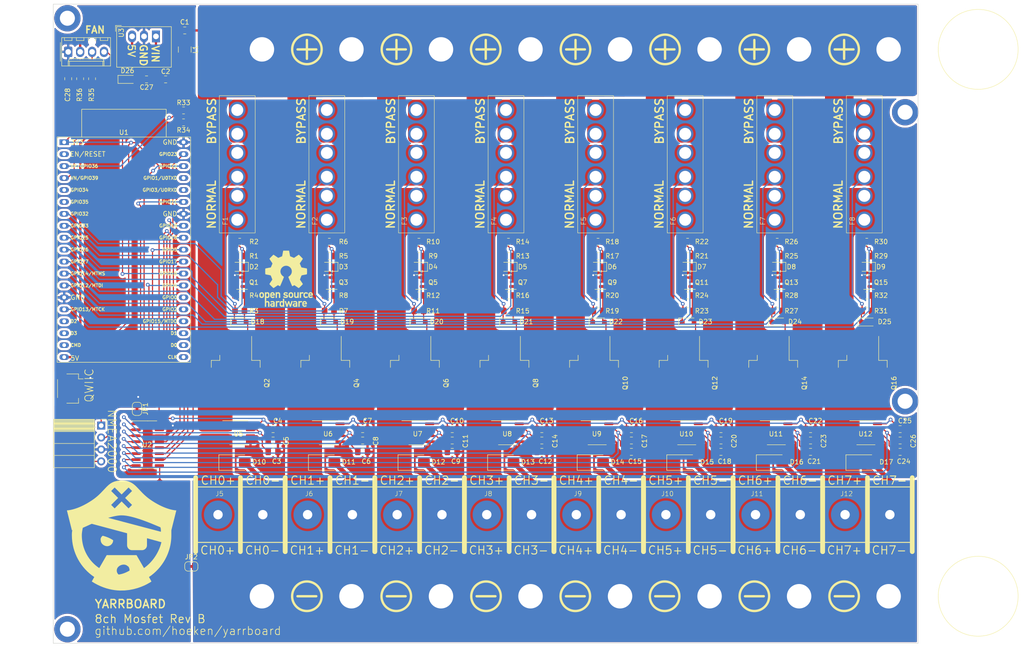
<source format=kicad_pcb>
(kicad_pcb (version 20221018) (generator pcbnew)
  (layers (0 "F.Cu" signal) (31 "B.Cu" signal) (34 "B.Paste" user) (35 "F.Paste" user) (36 "B.SilkS" user "B.Silkscreen") (37 "F.SilkS" user "F.Silkscreen") (38 "B.Mask" user) (39 "F.Mask" user) (44 "Edge.Cuts" user))
  (net 0 "")
  (net 1 "+3.3V")
  (net 3 "Net-(D18-A)")
  (net 4 "Net-(C28-Pad1)")
  (net 7 "GNDD")
  (net 17 "CAN_RX")
  (net 18 "FAN_TACHO")
  (net 19 "CAN_TX")
  (net 20 "Net-(U1-GPIO17)")
  (net 21 "Net-(U1-GPIO18)")
  (net 22 "Net-(U1-GPIO19)")
  (net 23 "Net-(U1-GPIO23)")
  (net 24 "SDA")
  (net 27 "SCL")
  (net 28 "GNDA")
  (net 29 "GNDPWR")
  (net 30 "+24V")
  (net 31 "Net-(U3-IN)")
  (net 32 "Net-(U5-FILTER)")
  (net 33 "/ADC0")
  (net 34 "Net-(U6-FILTER)")
  (net 35 "/ADC1")
  (net 36 "Net-(U7-FILTER)")
  (net 37 "/ADC2")
  (net 38 "Net-(U8-FILTER)")
  (net 39 "/ADC3")
  (net 40 "Net-(U9-FILTER)")
  (net 41 "/ADC4")
  (net 42 "Net-(U10-FILTER)")
  (net 43 "/ADC5")
  (net 44 "Net-(U11-FILTER)")
  (net 45 "/ADC6")
  (net 46 "Net-(U12-FILTER)")
  (net 47 "/ADC7")
  (net 48 "Net-(D3-A)")
  (net 49 "Net-(D4-A)")
  (net 50 "Net-(D5-A)")
  (net 51 "Net-(D6-A)")
  (net 52 "Net-(D7-A)")
  (net 53 "Net-(D8-A)")
  (net 54 "Net-(D9-A)")
  (net 55 "Net-(D2-A)")
  (net 56 "Net-(Q2-S)")
  (net 57 "Net-(Q4-S)")
  (net 58 "Net-(Q6-S)")
  (net 59 "Net-(Q8-S)")
  (net 60 "Net-(Q10-S)")
  (net 61 "Net-(Q12-S)")
  (net 62 "Net-(Q14-S)")
  (net 63 "Net-(Q16-S)")
  (net 64 "Net-(Q1-B)")
  (net 65 "Net-(Q1-C)")
  (net 66 "Net-(D19-A)")
  (net 67 "Net-(Q3-B)")
  (net 68 "Net-(Q3-C)")
  (net 69 "Net-(D20-A)")
  (net 70 "Net-(Q5-B)")
  (net 71 "Net-(Q5-C)")
  (net 72 "Net-(D21-A)")
  (net 73 "Net-(Q7-B)")
  (net 74 "Net-(Q7-C)")
  (net 75 "Net-(D22-A)")
  (net 76 "Net-(Q9-B)")
  (net 77 "Net-(Q9-C)")
  (net 78 "Net-(D23-A)")
  (net 79 "Net-(Q11-B)")
  (net 80 "Net-(Q11-C)")
  (net 81 "Net-(D24-A)")
  (net 82 "Net-(Q13-B)")
  (net 83 "Net-(Q13-C)")
  (net 84 "Net-(D25-A)")
  (net 85 "Net-(Q15-B)")
  (net 86 "Net-(Q15-C)")
  (net 87 "Net-(U1-GPIO36)")
  (net 88 "/PWM0")
  (net 89 "/PWM1")
  (net 90 "/PWM2")
  (net 91 "/PWM3")
  (net 92 "/PWM4")
  (net 93 "/PWM5")
  (net 94 "/PWM6")
  (net 95 "/PWM7")
  (net 96 "Net-(D10-K)")
  (net 97 "Net-(Q2-D)")
  (net 98 "Net-(D11-K)")
  (net 99 "Net-(Q4-D)")
  (net 100 "Net-(D12-K)")
  (net 101 "Net-(Q6-D)")
  (net 102 "Net-(D13-K)")
  (net 103 "Net-(Q8-D)")
  (net 104 "Net-(D14-K)")
  (net 105 "Net-(Q10-D)")
  (net 106 "Net-(D15-K)")
  (net 107 "Net-(Q12-D)")
  (net 108 "Net-(D16-K)")
  (net 109 "Net-(Q14-D)")
  (net 110 "Net-(D17-K)")
  (net 111 "Net-(Q16-D)")
  (net 112 "+5V")
  (net 113 "Net-(D26-A)")
  (net 114 "FAN_PWM")
  (footprint "Capacitor_SMD:C_0805_2012Metric_Pad1.18x1.45mm_HandSolder" (layer "F.Cu") (at 84.886 90.432)
    (fp_text reference "C10")
    (fp_text value "100nF")
  )
  (footprint "gnarboard:ACS7XX" (layer "F.Cu") (at 153.8415 91.194)
    (fp_text reference "U11")
    (fp_text value "ACS725xLCTR-20AU")
  )
  (footprint "Diode_SMD:D_SMA" (layer "F.Cu") (at 57.801 97.544)
    (fp_text reference "D11")
    (fp_text value "SS16")
  )
  (footprint "Package_TO_SOT_SMD:TO-263-2" (layer "F.Cu") (at 95.996 80.624 -90)
    (fp_text reference "Q8")
    (fp_text value "IRF4905")
  )
  (footprint "Resistor_SMD:R_0805_2012Metric_Pad1.20x1.40mm_HandSolder" (layer "F.Cu") (at 5.715 15.875 90)
    (fp_text reference "R36")
    (fp_text value "3.3k")
  )
  (footprint "Package_TO_SOT_SMD:SOT-23" (layer "F.Cu") (at 173.074 59.124 180)
    (fp_text reference "Q15")
    (fp_text value "BC817")
  )
  (footprint "Capacitor_SMD:C_0805_2012Metric_Pad1.18x1.45mm_HandSolder" (layer "F.Cu") (at 84.886 95.258)
    (fp_text reference "C9")
    (fp_text value "1nF")
  )
  (footprint "Resistor_SMD:R_0805_2012Metric_Pad1.20x1.40mm_HandSolder" (layer "F.Cu") (at 77.79 65.286 180)
    (fp_text reference "R11")
    (fp_text value "22k")
  )
  (footprint "LED_SMD:LED_0805_2012Metric_Pad1.15x1.40mm_HandSolder" (layer "F.Cu") (at 58.714 55.888 180)
    (fp_text reference "D3")
    (fp_text value "LED")
  )
  (footprint "Diode_SMD:D_SMA" (layer "F.Cu") (at 172.161 97.544)
    (fp_text reference "D17")
    (fp_text value "SS16")
  )
  (footprint "Capacitor_SMD:C_0805_2012Metric_Pad1.18x1.45mm_HandSolder" (layer "F.Cu") (at 65.826 92.845)
    (fp_text reference "C8")
    (fp_text value "4.7nF")
  )
  (footprint "Resistor_SMD:R_0805_2012Metric_Pad1.20x1.40mm_HandSolder" (layer "F.Cu") (at 115.91 65.286 180)
    (fp_text reference "R19")
    (fp_text value "22k")
  )
  (footprint "Resistor_SMD:R_0805_2012Metric_Pad1.20x1.40mm_HandSolder" (layer "F.Cu") (at 173.09 50.554)
    (fp_text reference "R30")
    (fp_text value "10k")
  )
  (footprint "gnarboard:ATC Bypass Fuse" (layer "F.Cu") (at 115.386 34.709 90)
    (fp_text reference "F5")
    (fp_text value "25A")
  )
  (footprint "Resistor_SMD:R_0805_2012Metric_Pad1.20x1.40mm_HandSolder" (layer "F.Cu") (at 134.97 61.984)
    (fp_text reference "R24")
    (fp_text value "4.7k")
  )
  (footprint "Resistor_SMD:R_0805_2012Metric_Pad1.20x1.40mm_HandSolder" (layer "F.Cu") (at 58.73 61.984)
    (fp_text reference "R8")
    (fp_text value "4.7k")
  )
  (footprint "Package_TO_SOT_SMD:TO-263-2" (layer "F.Cu") (at 38.816 80.624 -90)
    (fp_text reference "Q2")
    (fp_text value "IRF4905")
  )
  (footprint "Diode_SMD:D_SMA" (layer "F.Cu") (at 38.741 97.544)
    (fp_text reference "D10")
    (fp_text value "SS16")
  )
  (footprint "Capacitor_SMD:C_0805_2012Metric_Pad1.18x1.45mm_HandSolder" (layer "F.Cu") (at 142.066 90.432)
    (fp_text reference "C19")
    (fp_text value "100nF")
  )
  (footprint "Resistor_SMD:R_0805_2012Metric_Pad1.20x1.40mm_HandSolder" (layer "F.Cu") (at 96.85 61.984)
    (fp_text reference "R16")
    (fp_text value "4.7k")
  )
  (footprint "Capacitor_SMD:C_0805_2012Metric_Pad1.18x1.45mm_HandSolder" (layer "F.Cu") (at 142.066 92.845)
    (fp_text reference "C20")
    (fp_text value "4.7nF")
  )
  (footprint "Connector_JST:JST_SH_SM04B-SRSS-TB_1x04-1MP_P1.00mm_Horizontal" (layer "F.Cu") (at 3.586 81.796 -90)
    (fp_text reference "J2" hide)
    (fp_text value "I2C")
  )
  (footprint "LED_SMD:LED_0805_2012Metric_Pad1.15x1.40mm_HandSolder" (layer "F.Cu") (at 39.654 55.888 180)
    (fp_text reference "D2")
    (fp_text value "LED")
  )
  (footprint "Diode_SMD:D_SOD-323_HandSoldering" (layer "F.Cu") (at 96.961 67.633)
    (fp_text reference "D21")
    (fp_text value "15V")
  )
  (footprint "gnarboard:Molex 1x02 .375" (layer "F.Cu") (at 39.816 108.624)
    (fp_text reference "J5")
    (fp_text value "Screw_Terminal_01x02")
  )
  (footprint "gnarboard:ATC Bypass Fuse" (layer "F.Cu") (at 96.326 34.709 90)
    (fp_text reference "F4")
    (fp_text value "25A")
  )
  (footprint "Capacitor_SMD:C_0805_2012Metric_Pad1.18x1.45mm_HandSolder" (layer "F.Cu") (at 103.946 92.845)
    (fp_text reference "C14")
    (fp_text value "4.7nF")
  )
  (footprint "Jumper:SolderJumper-2_P1.3mm_Bridged_RoundedPad1.0x1.5mm" (layer "F.Cu") (at 17.81 86.114 -90)
    (fp_text reference "JP1")
    (fp_text value "SolderJumper_2_Bridged")
  )
  (footprint "Capacitor_SMD:C_0805_2012Metric_Pad1.18x1.45mm_HandSolder" (layer "F.Cu") (at 46.766 95.258)
    (fp_text reference "C3")
    (fp_text value "1nF")
  )
  (footprint "Resistor_SMD:R_0805_2012Metric_Pad1.20x1.40mm_HandSolder" (layer "F.Cu") (at 77.79 61.984)
    (fp_text reference "R12")
    (fp_text value "4.7k")
  )
  (footprint "gnarboard:Molex 1x02 .375" (layer "F.Cu") (at 77.936 108.624)
    (fp_text reference "J7")
    (fp_text value "Screw_Terminal_01x02")
  )
  (footprint "Resistor_SMD:R_0805_2012Metric_Pad1.20x1.40mm_HandSolder" (layer "F.Cu") (at 154.03 53.602)
    (fp_text reference "R25")
    (fp_text value "1k")
  )
  (footprint "Resistor_SMD:R_0805_2012Metric_Pad1.20x1.40mm_HandSolder" (layer "F.Cu") (at 115.91 61.984)
    (fp_text reference "R20")
    (fp_text value "4.7k")
  )
  (footprint "Resistor_SMD:R_0805_2012Metric_Pad1.20x1.40mm_HandSolder" (layer "F.Cu") (at 8.255 15.875 -90)
    (fp_text reference "R35")
    (fp_text value "10k")
  )
  (footprint "Resistor_SMD:R_0805_2012Metric_Pad1.20x1.40mm_HandSolder" (layer "F.Cu") (at 77.79 53.602)
    (fp_text reference "R9")
    (fp_text value "1k")
  )
  (footprint "Resistor_SMD:R_0805_2012Metric_Pad1.20x1.40mm_HandSolder" (layer "F.Cu") (at 77.79 50.554)
    (fp_text reference "R10")
    (fp_text value "10k")
  )
  (footprint "Capacitor_SMD:C_0805_2012Metric_Pad1.18x1.45mm_HandSolder" (layer "F.Cu") (at 161.126 95.258)
    (fp_text reference "C21")
    (fp_text value "1nF")
  )
  (footprint "Package_TO_SOT_SMD:SOT-23" (layer "F.Cu") (at 154.014 59.124 180)
    (fp_text reference "Q13")
    (fp_text value "BC817")
  )
  (footprint "gnarboard:Molex 1x02 .375" (layer "F.Cu") (at 58.876 108.624)
    (fp_text reference "J6")
    (fp_text value "Screw_Terminal_01x02")
  )
  (footprint "Package_TO_SOT_SMD:SOT-23" (layer "F.Cu") (at 77.774 59.124 180)
    (fp_text reference "Q5")
    (fp_text value "BC817")
  )
  (footprint "Resistor_SMD:R_0805_2012Metric_Pad1.20x1.40mm_HandSolder" (layer "F.Cu") (at 134.97 53.602)
    (fp_text reference "R21")
    (fp_text value "1k")
  )
  (footprint "Diode_SMD:D_SMA" (layer "F.Cu") (at 114.981 97.544)
    (fp_text reference "D14")
    (fp_text value "SS16")
  )
  (footprint "Resistor_SMD:R_0805_2012Metric_Pad1.20x1.40mm_HandSolder" (layer "F.Cu") (at 58.73 50.554)
    (fp_text reference "R6")
    (fp_text value "10k")
  )
  (footprint "gnarboard:Logo" (layer "F.Cu") (at 14.381 114.054)
    (fp_text reference "REF**" hide)
    (fp_text value "Logo" hide)
  )
  (footprint "Diode_SMD:D_SMA" (layer "F.Cu") (at 153.101 97.544)
    (fp_text reference "D16")
    (fp_text value "SS16")
  )
  (footprint "Capacitor_SMD:C_0805_2012Metric_Pad1.18x1.45mm_HandSolder" (layer "F.Cu") (at 103.946 90.432)
    (fp_text reference "C13")
    (fp_text value "100nF")
  )
  (footprint "Capacitor_SMD:C_0805_2012Metric_Pad1.18x1.45mm_HandSolder" (layer "F.Cu") (at 19.842 16.01 180)
    (fp_text reference "C27")
    (fp_text value "1nF")
  )
  (footprint "gnarboard:ACS7XX" (layer "F.Cu") (at 115.7215 91.194)
    (fp_text reference "U9")
    (fp_text value "ACS725xLCTR-20AU")
  )
  (footprint "gnarboard:Busbar 1x9 .375in" (layer "F.Cu") (at 206.316 125.984 180)
    (fp_text reference locked "J4" hide)
    (fp_text value "Screw_Terminal_01x09" hide)
  )
  (footprint "gnarboard:ACS7XX" (layer "F.Cu") (at 134.7815 91.194)
    (fp_text reference "U10")
    (fp_text value "ACS725xLCTR-20AU")
  )
  (footprint "Capacitor_SMD:C_0805_2012Metric_Pad1.18x1.45mm_HandSolder" (layer "F.Cu") (at 84.886 92.845)
    (fp_text reference "C11")
    (fp_text value "4.7nF")
  )
  (footprint "Resistor_SMD:R_0805_2012Metric_Pad1.20x1.40mm_HandSolder" (layer "F.Cu") (at 96.85 50.554)
    (fp_text reference "R14")
    (fp_text value "10k")
  )
  (footprint "Resistor_SMD:R_0805_2012Metric_Pad1.20x1.40mm_HandSolder" (layer "F.Cu") (at 96.85 65.286 180)
    (fp_text reference "R15")
    (fp_text value "22k")
  )
  (footprint "gnarboard:ATC Bypass Fuse" (layer "F.Cu") (at 153.506 34.709 90)
    (fp_text reference "F7")
    (fp_text value "25A")
  )
  (footprint "Package_TO_SOT_SMD:SOT-23" (layer "F.Cu") (at 134.954 59.124 180)
    (fp_text reference "Q11")
    (fp_text value "BC817")
  )
  (footprint "Package_TO_SOT_SMD:SOT-23" (layer "F.Cu") (at 96.834 59.124 180)
    (fp_text reference "Q7")
    (fp_text value "BC817")
  )
  (footprint "Capacitor_SMD:C_0805_2012Metric_Pad1.18x1.45mm_HandSolder" (layer "F.Cu") (at 180.186 95.258)
    (fp_text reference "C24")
    (fp_text value "1nF")
  )
  (footprint "Capacitor_SMD:C_0805_2012Metric_Pad1.18x1.45mm_HandSolder" (layer "F.Cu") (at 180.186 92.845)
    (fp_text reference "C26")
    (fp_text value "4.7nF")
  )
  (footprint "Resistor_SMD:R_0805_2012Metric_Pad1.20x1.40mm_HandSolder" (layer "F.Cu") (at 173.09 53.602)
    (fp_text reference "R29")
    (fp_text value "1k")
  )
  (footprint "LED_SMD:LED_0805_2012Metric_Pad1.15x1.40mm_HandSolder" (layer "F.Cu") (at 77.774 55.888 180)
    (fp_text reference "D4")
    (fp_text value "LED")
  )
  (footprint "Resistor_SMD:R_0805_2012Metric_Pad1.20x1.40mm_HandSolder" (layer "F.Cu") (at 134.97 65.286 180)
    (fp_text reference "R23")
    (fp_text value "22k")
  )
  (footprint "gnarboard:ACS7XX" (layer "F.Cu") (at 77.6015 91.194)
    (fp_text reference "U7")
    (fp_text value "ACS725xLCTR-20AU")
  )
  (footprint "Capacitor_SMD:C_0805_2012Metric_Pad1.18x1.45mm_HandSolder" (layer "F.Cu") (at 180.186 90.432)
    (fp_text reference "C25")
    (fp_text value "100nF")
  )
  (footprint "Resistor_SMD:R_0805_2012Metric_Pad1.20x1.40mm_HandSolder" (layer "F.Cu") (at 39.67 50.554)
    (fp_text reference "R2")
    (fp_text value "10k")
  )
  (footprint "Capacitor_SMD:C_0805_2012Metric_Pad1.18x1.45mm_HandSolder" (layer "F.Cu") (at 23.906 16.01)
    (fp_text reference "C2")
    (fp_text value "10uF")
  )
  (footprint "Inductor_SMD:L_1210_3225Metric_Pad1.42x2.65mm_HandSolder" (layer "F.Cu") (at 27.97 9.66 -90)
    (fp_text reference "L1")
    (fp_text value "100uH")
  )
  (footprint "MountingHole:MountingHole_3.2mm_M3_DIN965_Pad" (layer "F.Cu") (at 3 133)
    (fp_text reference "REF**" hide)
    (fp_text value "MountingHole_3.2mm_M3_DIN965_Pad")
  )
  (footprint "Resistor_SMD:R_0805_2012Metric_Pad1.20x1.40mm_HandSolder" (layer "F.Cu") (at 115.91 50.554)
    (fp_text reference "R18")
    (fp_text value "10k")
  )
  (footprint "Capacitor_SMD:C_0805_2012Metric_Pad1.18x1.45mm_HandSolder" (layer "F.Cu") (at 142.066 95.258)
    (fp_text reference "C18")
    (fp_text value "1nF")
  )
  (footprint "Package_TO_SOT_SMD:TO-263-2" (layer "F.Cu") (at 172.236 80.624 -90)
    (fp_text reference "Q16")
    (fp_text value "IRF4905")
  )
  (footprint "gnarboard:ATC Bypass Fuse" (layer "F.Cu") (at 134.446 34.709 90)
    (fp_text reference "F6")
    (fp_text value "25A")
  )
  (footprint "Capacitor_SMD:C_0805_2012Metric_Pad1.18x1.45mm_HandSolder" (layer "F.Cu") (at 161.126 90.432)
    (fp_text reference "C22")
    (fp_text value "100nF")
  )
  (footprint "Package_TO_SOT_SMD:TO-263-2" (layer "F.Cu") (at 134.116 80.624 -90)
    (fp_text reference "Q12")
    (fp_text value "IRF4905")
  )
  (footprint "Capacitor_SMD:C_0805_2012Metric_Pad1.18x1.45mm_HandSolder" (layer "F.Cu") (at 46.766 92.845)
    (fp_text reference "C5")
    (fp_text value "4.7nF")
  )
  (footprint "Package_SO:SOIC-16_3.9x9.9mm_P1.27mm" (layer "F.Cu") (at 20.096 93.734)
    (fp_text reference "U2")
    (fp_text value "MCP3208")
  )
  (footprint "gnarboard:Molex 1x02 .375" (layer "F.Cu") (at 173.236 108.624)
    (fp_text reference "J12")
    (fp_text value "Screw_Terminal_01x02")
  )
  (footprint "LED_SMD:LED_0805_2012Metric_Pad1.15x1.40mm_HandSolder" (layer "F.Cu") (at 115.894 55.888 180)
    (fp_text reference "D6")
    (fp_text value "LED")
  )
  (footprint "Package_TO_SOT_SMD:TO-263-2" (layer "F.Cu") (at 153.176 80.624 -90)
    (fp_text reference "Q14")
    (fp_text value "IRF4905")
  )
  (footprint "gnarboard:Molex 1x02 .375" (layer "F.Cu") (at 154.176 108.624)
    (fp_text reference "J11")
    (fp_text value "Screw_Terminal_01x02")
  )
  (footprint "gnarboard:Molex 1x02 .375" (layer "F.Cu") (at 116.056 108.624)
    (fp_text reference "J9")
    (fp_text value "Screw_Terminal_01x02")
  )
  (footprint "Package_TO_SOT_SMD:TO-263-2" (layer "F.Cu") (at 57.876 80.624 -90)
    (fp_text reference "Q4")
    (fp_text value "IRF4905")
  )
  (footprint "Resistor_SMD:R_0805_2012Metric_Pad1.20x1.40mm_HandSolder" (layer "F.Cu") (at 134.97 50.554)
    (fp_text reference "R22")
    (fp_text value "10k")
  )
  (footprint "Diode_SMD:D_SMA" (layer "F.Cu") (at 134.041 97.544)
    (fp_text reference "D15")
    (fp_text value "SS16")
  )
  (footprint "gnarboard:ATC Bypass Fuse" (layer "F.Cu") (at 39.146 34.709 90)
    (fp_text reference "F1")
    (fp_text value "25A")
  )
  (footprint "gnarboard:ATC Bypass Fuse" (layer "F.Cu") (at 77.266 34.709 90)
    (fp_text reference "F3")
    (fp_text value "25A")
  )
  (footprint "Capacitor_SMD:C_0805_2012Metric_Pad1.18x1.45mm_HandSolder" (layer "F.Cu") (at 123.006 95.258)
    (fp_text reference "C15")
    (fp_text value "1nF")
  )
  (footprint "Symbol:OSHW-Logo_11.4x12mm_SilkScreen" (layer "F.Cu") (at 49.53 58.42)
    (fp_text reference "REF**" hide)
    (fp_text value "OSHW-Logo_11.4x12mm_SilkScreen" hide)
  )
  (footprint "MountingHole:MountingHole_3.2mm_M3_DIN965_Pad" (layer "F.Cu") (at 181.25 84.5)
    (fp_text reference "REF**" hide)
    (fp_text value "MountingHole_3.2mm_M3_DIN965_Pad")
  )
  (footprint "LED_SMD:LED_0805_2012Metric_Pad1.15x1.40mm_HandSolder" (layer "F.Cu") (at 154.014 55.888 180)
    (fp_text reference "D8")
    (fp_text value "LED")
  )
  (footprint "Diode_SMD:D_SOD-323_HandSoldering" (layer "F.Cu") (at 116.021 67.633)
    (fp_text reference "D22")
    (fp_text value "15V")
  )
  (footprint "gnarboard:RECOM R-78K" (layer "F.Cu") (at 19.304 9.398 180)
    (fp_text reference "U3")
    (fp_text value "R-78B3.3-2.0")
  )
  (footprint "LED_SMD:LED_0805_2012Metric_Pad1.15x1.40mm_HandSolder" (layer "F.Cu") (at 173.074 55.888 180)
    (fp_text reference "D9")
    (fp_text value "LED")
  )
  (footprint "Resistor_SMD:R_0805_2012Metric_Pad1.20x1.40mm_HandSolder" (layer "F.Cu") (at 115.91 53.602)
    (fp_text reference "R17")
    (fp_text value "1k")
  )
  (footprint "Resistor_SMD:R_0805_2012Metric_Pad1.20x1.40mm_HandSolder" (layer "F.Cu") (at 154.03 50.554)
    (fp_text reference "R26")
    (fp_text value "10k")
  )
  (footprint "Diode_SMD:D_SOD-323_HandSoldering" (layer "F.Cu") (at 77.901 67.633)
    (fp_text reference "D20")
    (fp_text value "15V")
  )
  (footprint "gnarboard:ACS7XX" (layer "F.Cu") (at 58.5415 91.194)
    (fp_text reference "U6")
    (fp_text value "ACS725xLCTR-20AU")
  )
  (footprint "MountingHole:MountingHole_3.2mm_M3_DIN965_Pad" (layer "F.Cu") (at 181.25 23)
    (fp_text reference "REF**" hide)
    (fp_text value "MountingHole_3.2mm_M3_DIN965_Pad")
  )
  (footprint "Capacitor_SMD:C_0805_2012Metric_Pad1.18x1.45mm_HandSolder" (layer "F.Cu") (at 161.126 92.845)
    (fp_text reference "C23")
    (fp_text value "4.7nF")
  )
  (footprint "PCM_Espressif:ESP32-DevKitC" (layer "F.Cu") (at 2.316 29.38056)
    (fp_text reference "U1")
    (fp_text value "ESP32-DEVKITC" hide)
  )
  (footprint "Resistor_SMD:R_0805_2012Metric_Pad1.20x1.40mm_HandSolder" (layer "F.Cu") (at 58.73 65.286 180)
    (fp_text reference "R7")
    (fp_text value "22k")
  )
  (footprint "Resistor_SMD:R_0805_2012Metric_Pad1.20x1.40mm_HandSolder" (layer "F.Cu") (at 173.09 65.286 180)
    (fp_text reference "R31")
    (fp_text value "22k")
  )
  (footprint "gnarboard:ACS7XX" (layer "F.Cu") (at 172.9015 91.194)
    (fp_text reference "U12")
    (fp_text value "ACS725xLCTR-20AU")
  )
  (footprint "Package_TO_SOT_SMD:TO-263-2" (layer "F.Cu") (at 76.936 80.624 -90)
    (fp_text reference "Q6")
    (fp_text value "IRF4905")
  )
  (footprint "Resistor_SMD:R_0805_2012Metric_Pad1.20x1.40mm_HandSolder" (layer "F.Cu") (at 39.67 65.286 180)
    (fp_text reference "R3")
    (fp_text value "22k")
  )
  (footprint "Capacitor_SMD:C_0805_2012Metric_Pad1.18x1.45mm_HandSolder" (layer "F.Cu") (at 103.946 95.258)
    (fp_text reference "C12")
    (fp_text value "1nF")
  )
  (footprint "gnarboard:ATC Bypass Fuse" (layer "F.Cu") (at 172.566 34.709 90)
    (fp_text reference "F8")
    (fp_text value "25A")
  )
  (footprint "Resistor_SMD:R_0805_2012Metric_Pad1.20x1.40mm_HandSolder" (layer "F.Cu") (at 39.67 61.984)
    (fp_text reference "R4")
    (fp_text value "4.7k")
  )
  (footprint "Capacitor_SMD:C_0805_2012Metric_Pad1.18x1.45mm_HandSolder" (layer "F.Cu") (at 65.826 95.258)
    (fp_text reference "C6")
    (fp_text value "1nF")
  )
  (footprint "gnarboard:ACS7XX" (layer "F.Cu") (at 96.6615 91.194)
    (fp_text reference "U8")
    (fp_text value "ACS725xLCTR-20AU")
  )
  (footprint "gnarboard:ACS7XX" (layer "F.Cu") (at 39.4815 91.194)
    (fp_text reference "U5")
    (fp_text value "ACS725xLCTR-20AU")
  )
  (footprint "Jumper:SolderJumper-2_P1.3mm_Bridged_RoundedPad1.0x1.5mm" (layer "F.Cu") (at 29.367 119.642 180)
    (fp_text reference "JP2")
    (fp_text value "SolderJumper_2_Bridged")
  )
  (footprint "Diode_SMD:D_SOD-323_HandSoldering" (layer "F.Cu") (at 58.841 67.633)
    (fp_text reference "D19")
    (fp_text value "15V")
  )
  (footprint "Capacitor_SMD:C_0805_2012Metric_Pad1.18x1.45mm_HandSolder" (layer "F.Cu") (at 46.766 90.432)
    (fp_text reference "C4")
    (fp_text value "100nF")
  )
  (footprint "Capacitor_SMD:C_0805_2012Metric_Pad1.18x1.45mm_HandSolder" (layer "F.Cu") (at 123.006 90.432)
    (fp_text reference "C16")
    (fp_text value "100nF")
  )
  (footprint "Package_TO_SOT_SMD:SOT-23" (layer "F.Cu") (at 58.714 59.124 180)
    (fp_text reference "Q3")
    (fp_text value "BC817")
  )
  (footprint "Connector_PinSocket_2.54mm:PinSocket_1x04_P2.54mm_Horizontal" (layer "F.Cu") (at 10.19 89.67)
    (fp_text reference "J1" hide)
    (fp_text value "N2K")
  )
  (footprint "Diode_SMD:D_SMA" (layer "F.Cu") (at 95.921 97.544)
    (fp_text reference "D13")
    (fp_text value "SS16")
  )
  (footprint "Resistor_SMD:R_0805_2012Metric_Pad1.20x1.40mm_HandSolder" (layer "F.Cu") (at 154.03 61.984)
    (fp_text reference "R28")
    (fp_text value "4.7k")
  )
  (footprint "Diode_SMD:D_SOD-323_HandSoldering" (layer "F.Cu") (at 154.141 67.633)
    (fp_text reference "D24")
    (fp_text value "15V")
  )
  (footprint "Package_TO_SOT_SMD:TO-263-2" (layer "F.Cu") (at 115.056 80.624 -90)
    (fp_text reference "Q10")
    (fp_text value "IRF4905")
  )
  (footprint "Resistor_SMD:R_0805_2012Metric_Pad1.20x1.40mm_HandSolder" (layer "F.Cu") (at 58.73 53.602)
    (fp_text reference "R5")
    (fp_text value "1k")
  )
  (footprint "Capacitor_SMD:C_0805_2012Metric_Pad1.18x1.45mm_HandSolder" (layer "F.Cu") (at 27.97 5.596 180)
    (fp_text reference "C1")
    (fp_text value "10uF")
  )
  (footprint "Resistor_SMD:R_0805_2012Metric_Pad1.20x1.40mm_HandSolder" (layer "F.Cu") (at 27.716 22.614)
    (fp_text reference "R33")
    (fp_text value "100k")
  )
  (footprint "gnarboard:Molex 1x02 .375" (layer "F.Cu") (at 135.116 108.624)
    (fp_text reference "J10")
    (fp_text value "Screw_Terminal_01x02")
  )
  (footprint "Resistor_SMD:R_0805_2012Metric_Pad1.20x1.40mm_HandSolder" (layer "F.Cu") (at 39.67 53.602)
    (fp_text reference "R1")
    (fp_text value "1k")
  )
  (footprint "Diode_SMD:D_SOD-323_HandSoldering" (layer "F.Cu") (at 135.081 67.633)
    (fp_text reference "D23")
    (fp_text value "15V")
  )
  (footprint "Capacitor_SMD:C_0805_2012Metric_Pad1.18x1.45mm_HandSolder" (layer "F.Cu") (at 65.826 90.432)
    (fp_text reference "C7")
    (fp_text value "100nF")
  )
  (footprint "LED_SMD:LED_0805_2012Metric_Pad1.15x1.40mm_HandSolder" (layer "F.Cu") (at 134.954 55.888 180)
    (fp_text reference "D7")
    (fp_text value "LED")
  )
  (footprint "Capacitor_SMD:C_0805_2012Metric_Pad1.18x1.45mm_HandSolder" (layer "F.Cu") (at 123.006 92.845)
    (fp_text reference "C17")
    (fp_text value "4.7nF")
  )
  (footprint "gnarboard:Molex 0470531000" (layer "F.Cu") (at 3.175 10.16)
    (fp_text reference "M1" hide)
    (fp_text value "Fan_4pin")
  )
  (footprint "Diode_SMD:D_SMA" (layer "F.Cu") (at 76.861 97.544)
    (fp_text reference "D12")
    (fp_text value "SS16")
  )
  (footprint "gnarboard:ATC Bypass Fuse" (layer "F.Cu") (at 58.206 34.709 90)
    (fp_text reference "F2")
    (fp_text value "25A")
  )
  (footprint "Package_TO_SOT_SMD:SOT-23" (layer "F.Cu") (at 39.654 59.124 180)
    (fp_text reference "Q1")
    (fp_text value "BC817")
  )
  (footprint "Diode_SMD:D_SOD-323_HandSoldering" (layer "F.Cu") (at 173.201 67.633)
    (fp_text reference "D25")
    (fp_text value "15V")
  )
  (footprint "Resistor_SMD:R_0805_2012Metric_Pad1.20x1.40mm_HandSolder" (layer "F.Cu") (at 154.03 65.286 180)
    (fp_text reference "R27")
    (fp_text value "22k")
  )
  (footprint "LED_SMD:LED_0805_2012Metric_Pad1.15x1.40mm_HandSolder" (layer "F.Cu") (at 96.834 55.888 180)
    (fp_text reference "D5")
    (fp_text value "LED")
  )
  (footprint "gnarboard:Molex 1x02 .375" (layer "F.Cu") (at 96.996 108.624)
    (fp_text reference "J8")
    (fp_text value "Screw_Terminal_01x02")
  )
  (footprint "Diode_SMD:D_SOD-323_HandSoldering" (layer "F.Cu") (at 15.778 16.01)
    (fp_text reference "D26")
    (fp_text value "BZX384")
  )
  (footprint "Capacitor_SMD:C_0805_2012Metric_Pad1.18x1.45mm_HandSolder" (layer "F.Cu") (at 3.175 15.875 90)
    (fp_text reference "C28")
    (fp_text value "1nF")
  )
  (footprint "MountingHole:MountingHole_3.2mm_M3_DIN965_Pad" (layer "F.Cu") (at 3 3)
    (fp_text reference "REF**" hide)
    (fp_text value "MountingHole_3.2mm_M3_DIN965_Pad")
  )
  (footprint "Resistor_SMD:R_0805_2012Metric_Pad1.20x1.40mm_HandSolder" (layer "F.Cu") (at 173.09 61.984)
    (fp_text reference "R32")
    (fp_text value "4.7k")
  )
  (footprint "Resistor_SMD:R_0805_2012Metric_Pad1.20x1.40mm_HandSolder" (layer "F.Cu") (at 96.85 53.602)
    (fp_text reference "R13")
    (fp_text value "1k")
  )
  (footprint "Diode_SMD:D_SOD-323_HandSoldering" (layer "F.Cu") (at 39.781 67.633)
    (fp_text reference "D18")
    (fp_text value "15V")
  )
  (footprint "gnarboard:Busbar 1x9 .375in" (layer "F.Cu") (at 206.316 9.624 180)
    (fp_text reference "J3" hide)
    (fp_text value "Screw_Terminal_01x09" hide)
  )
  (footprint "Resistor_SMD:R_0805_2012Metric_Pad1.20x1.40mm_HandSolder" (layer "F.Cu") (at 27.716 25.154 180)
    (fp_text reference "R34")
    (fp_text value "10k")
  )
  (footprint "Package_TO_SOT_SMD:SOT-23" (layer "F.Cu") (at 115.894 59.124 180)
    (fp_text reference "Q9")
    (fp_text value "BC817")
  )
  (gr_line (start 170.266 9.632194) (end 166.266 9.632194) (stroke (width 0.5)) (layer "F.SilkS"))
  (gr_line (start 151.166 9.632194) (end 147.166 9.632194) (stroke (width 0.5)) (layer "F.SilkS"))
  (gr_line (start 168.266 7.632194) (end 168.266 11.632194) (stroke (width 0.5)) (layer "F.SilkS"))
  (gr_circle (center 92.016 9.632194) (end 95.157806 9.632194) (stroke (width 0.5)) (fill none) (layer "F.SilkS"))
  (gr_line (start 94.074194 125.984) (end 90.074194 125.984) (stroke (width 0.5)) (layer "F.SilkS"))
  (gr_circle (center 130.166 9.632194) (end 133.307806 9.632194) (stroke (width 0.5)) (fill none) (layer "F.SilkS"))
  (gr_line (start 53.966 7.632194) (end 53.966 11.632194) (stroke (width 0.5)) (layer "F.SilkS"))
  (gr_circle (center 53.957806 125.984) (end 57.099612 125.984) (stroke (width 0.5)) (fill none) (layer "F.SilkS"))
  (gr_line (start 74.974194 125.984) (end 70.974194 125.984) (stroke (width 0.5)) (layer "F.SilkS"))
  (gr_line (start 130.166 7.632194) (end 130.166 11.632194) (stroke (width 0.5)) (layer "F.SilkS"))
  (gr_circle (center 149.166 9.632194) (end 152.307806 9.632194) (stroke (width 0.5)) (fill none) (layer "F.SilkS"))
  (gr_line (start 113.074194 125.984) (end 109.074194 125.984) (stroke (width 0.5)) (layer "F.SilkS"))
  (gr_line (start 132.166 9.632194) (end 128.166 9.632194) (stroke (width 0.5)) (layer "F.SilkS"))
  (gr_line (start 151.174194 125.984) (end 147.174194 125.984) (stroke (width 0.5)) (layer "F.SilkS"))
  (gr_circle (center 92.074194 125.984) (end 95.216 125.984) (stroke (width 0.5)) (fill none) (layer "F.SilkS"))
  (gr_line (start 75.016 9.632194) (end 71.016 9.632194) (stroke (width 0.5)) (layer "F.SilkS"))
  (gr_line (start 92.016 7.632194) (end 92.016 11.632194) (stroke (width 0.5)) (layer "F.SilkS"))
  (gr_circle (center 149.174194 125.984) (end 152.316 125.984) (stroke (width 0.5)) (fill none) (layer "F.SilkS"))
  (gr_line (start 149.166 7.632194) (end 149.166 11.632194) (stroke (width 0.5)) (layer "F.SilkS"))
  (gr_line (start 113.116 9.632194) (end 109.116 9.632194) (stroke (width 0.5)) (layer "F.SilkS"))
  (gr_line (start 132.074194 125.984) (end 128.074194 125.984) (stroke (width 0.5)) (layer "F.SilkS"))
  (gr_circle (center 72.974194 125.984) (end 76.116 125.984) (stroke (width 0.5)) (fill none) (layer "F.SilkS"))
  (gr_circle (center 168.274194 125.984) (end 171.416 125.984) (stroke (width 0.5)) (fill none) (layer "F.SilkS"))
  (gr_line (start 111.116 7.632194) (end 111.116 11.632194) (stroke (width 0.5)) (layer "F.SilkS"))
  (gr_line (start 55.966 9.632194) (end 51.966 9.632194) (stroke (width 0.5)) (layer "F.SilkS"))
  (gr_circle (center 111.116 9.632194) (end 114.257806 9.632194) (stroke (width 0.5)) (fill none) (layer "F.SilkS"))
  (gr_circle (center 73.016 9.632194) (end 76.157806 9.632194) (stroke (width 0.5)) (fill none) (layer "F.SilkS"))
  (gr_circle (center 111.074194 125.984) (end 114.216 125.984) (stroke (width 0.5)) (fill none) (layer "F.SilkS"))
  (gr_circle (center 168.266 9.632194) (end 171.407806 9.632194) (stroke (width 0.5)) (fill none) (layer "F.SilkS"))
  (gr_line (start 94.016 9.632194) (end 90.016 9.632194) (stroke (width 0.5)) (layer "F.SilkS"))
  (gr_circle (center 130.074194 125.984) (end 133.216 125.984) (stroke (width 0.5)) (fill none) (layer "F.SilkS"))
  (gr_line (start 55.957806 125.984) (end 51.957806 125.984) (stroke (width 0.5)) (layer "F.SilkS"))
  (gr_circle (center 53.966 9.632194) (end 57.107806 9.632194) (stroke (width 0.5)) (fill none) (layer "F.SilkS"))
  (gr_line (start 170.274194 125.984) (end 166.274194 125.984) (stroke (width 0.5)) (layer "F.SilkS"))
  (gr_line (start 73.016 7.632194) (end 73.016 11.632194) (stroke (width 0.5)) (layer "F.SilkS"))
  (gr_line (start 184 136) (end 0 136) (stroke (width 0.1)) (layer "Edge.Cuts"))
  (gr_line (start 184 0) (end 184 136) (stroke (width 0.1)) (layer "Edge.Cuts"))
  (gr_line (start 0 136) (end 0 0) (stroke (width 0.1)) (layer "Edge.Cuts"))
  (gr_line (start 0 0) (end 184 0) (stroke (width 0.1)) (layer "Edge.Cuts"))
  (gr_text "CH4-" (at 116.967 102.362) (layer "F.SilkS") (effects (font (size 1.75 1.75) (thickness 0.2)) (justify left bottom)))
  (gr_text "8ch Mosfet Rev B" (at 8.666 131.834) (layer "F.SilkS") (effects (font (size 1.75 1.75) (thickness 0.2)) (justify left bottom)))
  (gr_text "VIN" (at 20.828 8.636 -90) (layer "F.SilkS") (effects (font (size 1.5 1.5) (thickness 0.3) bold) (justify left bottom)))
  (gr_text "CH6+" (at 145.542 102.362) (layer "F.SilkS") (effects (font (size 1.75 1.75) (thickness 0.2)) (justify left bottom)))
  (gr_text "CH7-" (at 174.117 102.362) (layer "F.SilkS") (effects (font (size 1.75 1.75) (thickness 0.2)) (justify left bottom)))
  (gr_text "CH3+" (at 88.291 117.229) (layer "F.SilkS") (effects (font (size 1.75 1.75) (thickness 0.2)) (justify left bottom)))
  (gr_text "BYPASS" (at 53.8 30 90) (layer "F.SilkS") (effects (font (size 1.75 1.75) (thickness 0.3)) (justify left bottom)))
  (gr_text "CH3+" (at 88.392 102.362) (layer "F.SilkS") (effects (font (size 1.75 1.75) (thickness 0.2)) (justify left bottom)))
  (gr_text "CH5-" (at 135.916 117.229) (layer "F.SilkS") (effects (font (size 1.75 1.75) (thickness 0.2)) (justify left bottom)))
  (gr_text "NORMAL" (at 129.951 48.014 90) (layer "F.SilkS") (effects (font (size 1.75 1.75) (thickness 0.3)) (justify left bottom)))
  (gr_text "BYPASS" (at 34.75 30 90) (layer "F.SilkS") (effects (font (size 1.75 1.75) (thickness 0.3)) (justify left bottom)))
  (gr_text "CH0+" (at 31.242 102.362) (layer "F.SilkS") (effects (font (size 1.75 1.75) (thickness 0.2)) (justify left bottom)))
  (gr_text "5V" (at 15.748 8.382 -90) (layer "F.SilkS") (effects (font (size 1.5 1.5) (thickness 0.25) bold) (justify left bottom)))
  (gr_text "CH2-" (at 78.867 102.362) (layer "F.SilkS") (effects (font (size 1.75 1.75) (thickness 0.2)) (justify left bottom)))
  (gr_text "CH4-" (at 116.866 117.229) (layer "F.SilkS") (effects (font (size 1.75 1.75) (thickness 0.2)) (justify left bottom)))
  (gr_text "BYPASS" (at 130 30 90) (layer "F.SilkS") (effects (font (size 1.75 1.75) (thickness 0.3)) (justify left bottom)))
  (gr_text "BYPASS" (at 149.05 30 90) (layer "F.SilkS") (effects (font (size 1.75 1.75) (thickness 0.3)) (justify left bottom)))
  (gr_text "CH6+" (at 145.441 117.229) (layer "F.SilkS") (effects (font (size 1.75 1.75) (thickness 0.2)) (justify left bottom)))
  (gr_text "CH6-" (at 155.067 102.362) (layer "F.SilkS") (effects (font (size 1.75 1.75) (thickness 0.2)) (justify left bottom)))
  (gr_text "BYPASS" (at 72.85 30 90) (layer "F.SilkS") (effects (font (size 1.75 1.75) (thickness 0.3)) (justify left bottom)))
  (gr_text "CH2-" (at 78.766 117.229) (layer "F.SilkS") (effects (font (size 1.75 1.75) (thickness 0.2)) (justify left bottom)))
  (gr_text "CH0+" (at 31.141 117.229) (layer "F.SilkS") (effects (font (size 1.75 1.75) (thickness 0.2)) (justify left bottom)))
  (gr_text "CH7+" (at 164.491 117.229) (layer "F.SilkS") (effects (font (size 1.75 1.75) (thickness 0.2)) (justify left bottom)))
  (gr_text "CH3-" (at 97.917 102.362) (layer "F.SilkS") (effects (font (size 1.75 1.75) (thickness 0.2)) (justify left bottom)))
  (gr_text "BYPASS" (at 91.9 30 90) (layer "F.SilkS") (effects (font (size 1.75 1.75) (thickness 0.3)) (justify left bottom)))
  (gr_text "NORMAL" (at 110.901 48.014 90) (layer "F.SilkS") (effects (font (size 1.75 1.75) (thickness 0.3)) (justify left bottom)))
  (gr_text "FAN" (at 6.604 6.35) (layer "F.SilkS") (effects (font (size 1.5 1.5) (thickness 0.3) bold) (justify left bottom)))
  (gr_text "CH1+" (at 50.292 102.362) (layer "F.SilkS") (effects (font (size 1.75 1.75) (thickness 0.2)) (justify left bottom)))
  (gr_text "CH5+" (at 126.391 117.229) (layer "F.SilkS") (effects (font (size 1.75 1.75) (thickness 0.2)) (justify left bottom)))
  (gr_text "NORMAL" (at 53.751 48.014 90) (layer "F.SilkS") (effects (font (size 1.75 1.75) (thickness 0.3)) (justify left bottom)))
  (gr_text "CH7-" (at 174.016 117.229) (layer "F.SilkS") (effects (font (size 1.75 1.75) (thickness 0.2)) (justify left bottom)))
  (gr_text "CH0-" (at 40.767 102.362) (layer "F.SilkS") (effects (font (size 1.75 1.75) (thickness 0.2)) (justify left bottom)))
  (gr_text "CH7+" (at 164.592 102.362) (layer "F.SilkS") (effects (font (size 1.75 1.75) (thickness 0.2)) (justify left bottom)))
  (gr_text "YARRBOARD" (at 8.666 128.659) (layer "F.SilkS") (effects (font (size 1.75 1.75) (thickness 0.3)) (justify left bottom)))
  (gr_text "github.com/hoeken/yarrboard" (at 8.666 134.374) (layer "F.SilkS") (effects (font (size 1.75 1.75)) (justify left bottom)))
  (gr_text "CH4+" (at 107.341 117.229) (layer "F.SilkS") (effects (font (size 1.75 1.75) (thickness 0.2)) (justify left bottom)))
  (gr_text "CH2+" (at 69.241 117.229) (layer "F.SilkS") (effects (font (size 1.75 1.75) (thickness 0.2)) (justify left bottom)))
  (gr_text "CH5+" (at 126.492 102.362) (layer "F.SilkS") (effects (font (size 1.75 1.75) (thickness 0.2)) (justify left bottom)))
  (gr_text "NORMAL" (at 72.801 48.014 90) (layer "F.SilkS") (effects (font (size 1.75 1.75) (thickness 0.3)) (justify left bottom)))
  (gr_text "CH2+" (at 69.342 102.362) (layer "F.SilkS") (effects (font (size 1.75 1.75) (thickness 0.2)) (justify left bottom)))
  (gr_text "CH1+" (at 50.191 117.229) (layer "F.SilkS") (effects (font (size 1.75 1.75) (thickness 0.2)) (justify left bottom)))
  (gr_text "GND" (at 18.288 8.382 -90) (layer "F.SilkS") (effects (font (size 1.5 1.5) (thickness 0.3) bold) (justify left bottom)))
  (gr_text "NORMAL" (at 34.701 48.014 90) (layer "F.SilkS") (effects (font (size 1.75 1.75) (thickness 0.3)) (justify left bottom)))
  (gr_text "CH3-" (at 97.816 117.229) (layer "F.SilkS") (effects (font (size 1.75 1.75) (thickness 0.2)) (justify left bottom)))
  (gr_text "NORMAL" (at 168.051 48.014 90) (layer "F.SilkS") (effects (font (size 1.75 1.75) (thickness 0.3)) (justify left bottom)))
  (gr_text "CH1-" (at 59.817 102.362) (layer "F.SilkS") (effects (font (size 1.75 1.75) (thickness 0.2)) (justify left bottom)))
  (gr_text "BYPASS" (at 168.1 30 90) (layer "F.SilkS") (effects (font (size 1.75 1.75) (thickness 0.3)) (justify left bottom)))
  (gr_text "CH0-" (at 40.666 117.229) (layer "F.SilkS") (effects (font (size 1.75 1.75) (thickness 0.2)) (justify left bottom)))
  (gr_text "BYPASS" (at 110.95 30 90) (layer "F.SilkS") (effects (font (size 1.75 1.75) (thickness 0.3)) (justify left bottom)))
  (gr_text "CH6-" (at 154.966 117.229) (layer "F.SilkS") (effects (font (size 1.75 1.75) (thickness 0.2)) (justify left bottom)))
  (gr_text "CH4+" (at 107.442 102.362) (layer "F.SilkS") (effects (font (size 1.75 1.75) (thickness 0.2)) (justify left bottom)))
  (gr_text "CH1-" (at 59.716 117.229) (layer "F.SilkS") (effects (font (size 1.75 1.75) (thickness 0.2)) (justify left bottom)))
  (gr_text "NMEA2000" (at 11.46 86.114 -90) (layer "F.SilkS") (effects (font (size 1.75 1.75)) (justify left bottom)))
  (gr_text "CH5-" (at 136.017 102.362) (layer "F.SilkS") (effects (font (size 1.75 1.75) (thickness 0.2)) (justify left bottom)))
  (gr_text "NORMAL" (at 91.851 48.014 90) (layer "F.SilkS") (effects (font (size 1.75 1.75) (thickness 0.3)) (justify left bottom)))
  (gr_text "NORMAL" (at 149.001 48.014 90) (layer "F.SilkS") (effects (font (size 1.75 1.75) (thickness 0.3)) (justify left bottom)))
  (gr_text "QWIIC" (at 8.666 84.844 90) (layer "F.SilkS") (effects (font (size 1.75 1.75)) (justify left bottom)))
  (segment (start 4.61 81.296) (end 5.586 81.296) (width 0.25) (layer "F.Cu") (net 1))
  (segment (start 4.436 78.999418) (end 16.032 67.403418) (width 0.25) (layer "F.Cu") (net 1))
  (segment (start 16.032 29.98) (end 16.54 29.472) (width 0.25) (layer "F.Cu") (net 1))
  (segment (start 81.965 89.289) (end 82.854 88.4) (width 0.25) (layer "F.Cu") (net 1))
  (segment (start 4.436 80.663462) (end 4.436 78.999418) (width 0.25) (layer "F.Cu") (net 1))
  (segment (start 5.068538 81.296) (end 4.436 80.663462) (width 0.25) (layer "F.Cu") (net 1))
  (segment (start 5.586 81.296) (end 5.068538 81.296) (width 0.25) (layer "F.Cu") (net 1))
  (segment (start 10.19 97.29) (end 8.158 97.29) (width 0.25) (layer "F.Cu") (net 1))
  (segment (start 16.032 67.403418) (end 16.032 29.98) (width 0.25) (layer "F.Cu") (net 1))
  (segment (start 64.7885 90.432) (end 64.7885 89.3945) (width 0.25) (layer "F.Cu") (net 1))
  (segment (start 118.1965 89.289) (end 120.085 89.289) (width 0.25) (layer "F.Cu") (net 1))
  (segment (start 141.0285 89.3945) (end 140.034 88.4) (width 0.25) (layer "F.Cu") (net 1))
  (segment (start 83.8485 90.432) (end 83.8485 89.3945) (width 0.25) (layer "F.Cu") (net 1))
  (segment (start 64.7885 89.3945) (end 63.794 88.4) (width 0.25) (layer "F.Cu") (net 1))
  (segment (start 102.9085 89.3945) (end 101.914 88.4) (width 0.25) (layer "F.Cu") (net 1))
  (segment (start 160.0885 89.3945) (end 159.094 88.4) (width 0.25) (layer "F.Cu") (net 1))
  (segment (start 41.9565 89.289) (end 43.845 89.289) (width 0.25) (layer "F.Cu") (net 1))
  (segment (start 61.0165 89.289) (end 62.905 89.289) (width 0.25) (layer "F.Cu") (net 1))
  (segment (start 139.145 89.289) (end 140.034 88.4) (width 0.25) (layer "F.Cu") (net 1))
  (segment (start 4.602 81.288) (end 4.61 81.296) (width 0.25) (layer "F.Cu") (net 1))
  (segment (start 179.1485 89.3945) (end 178.154 88.4) (width 0.25) (layer "F.Cu") (net 1))
  (segment (start 158.205 89.289) (end 159.094 88.4) (width 0.25) (layer "F.Cu") (net 1))
  (segment (start 22.509 89.227) (end 22.509 34.425) (width 0.25) (layer "F.Cu") (net 1))
  (segment (start 8.255 16.875) (end 8.255 23.495) (width 0.25) (layer "F.Cu") (net 1))
  (segment (start 22.571 89.289) (end 22.509 89.227) (width 0.25) (layer "F.Cu") (net 1))
  (segment (start 4.094 81.796) (end 4.602 81.288) (width 0.25) (layer "F.Cu") (net 1))
  (segment (start 120.085 89.289) (end 120.974 88.4) (width 0.25) (layer "F.Cu") (net 1))
  (segment (start 22.571 89.289) (end 22.571 90.559) (width 0.25) (layer "F.Cu") (net 1))
  (segment (start 8.158 97.29) (end 4.094 93.226) (width 0.25) (layer "F.Cu") (net 1))
  (segment (start 102.9085 90.432) (end 102.9085 89.3945) (width 0.25) (layer "F.Cu") (net 1))
  (segment (start 22.509 34.425) (end 17.556 29.472) (width 0.25) (layer "F.Cu") (net 1))
  (segment (start 23.714 88.146) (end 25.43 88.146) (width 0.25) (layer "F.Cu") (net 1))
  (segment (start 99.1365 89.289) (end 101.025 89.289) (width 0.25) (layer "F.Cu") (net 1))
  (segment (start 43.845 89.289) (end 44.734 88.4) (width 0.25) (layer "F.Cu") (net 1))
  (segment (start 22.571 89.289) (end 23.714 88.146) (width 0.25) (layer "F.Cu") (net 1))
  (segment (start 62.905 89.289) (end 63.794 88.4) (width 0.25) (layer "F.Cu") (net 1))
  (segment (start 80.0765 89.289) (end 81.965 89.289) (width 0.25) (layer "F.Cu") (net 1))
  (segment (start 121.9685 89.3945) (end 120.974 88.4) (width 0.25) (layer "F.Cu") (net 1))
  (segment (start 101.025 89.289) (end 101.914 88.4) (width 0.25) (layer "F.Cu") (net 1))
  (segment (start 45.7285 89.3945) (end 44.734 88.4) (width 0.25) (layer "F.Cu") (net 1))
  (segment (start 160.0885 90.432) (end 160.0885 89.3945) (width 0.25) (layer "F.Cu") (net 1))
  (segment (start 156.3165 89.289) (end 158.205 89.289) (width 0.25) (layer "F.Cu") (net 1))
  (segment (start 83.8485 89.3945) (end 82.854 88.4) (width 0.25) (layer "F.Cu") (net 1))
  (segment (start 177.265 89.289) (end 178.154 88.4) (width 0.25) (layer "F.Cu") (net 1))
  (segment (start 4.094 93.226) (end 4.094 81.796) (width 0.25) (layer "F.Cu") (net 1))
  (segment (start 45.7285 90.432) (end 45.7285 89.3945) (width 0.25) (layer "F.Cu") (net 1))
  (segment (start 2.36944 29.38056) (end 2.316 29.38056) (width 0.25) (layer "F.Cu") (net 1))
  (segment (start 175.3765 89.289) (end 177.265 89.289) (width 0.25) (layer "F.Cu") (net 1))
  (segment (start 137.2565 89.289) (end 139.145 89.289) (width 0.25) (layer "F.Cu") (net 1))
  (segment (start 141.0285 90.432) (end 141.0285 89.3945) (width 0.25) (layer "F.Cu") (net 1))
  (segment (start 8.255 23.495) (end 2.36944 29.38056) (width 0.25) (layer "F.Cu") (net 1))
  (segment (start 121.9685 90.432) (end 121.9685 89.3945) (width 0.25) (layer "F.Cu") (net 1))
  (segment (start 179.1485 90.432) (end 179.1485 89.3945) (width 0.25) (layer "F.Cu") (net 1))
  (segment (start 17.556 29.472) (end 16.54 29.472) (width 0.25) (layer "F.Cu") (net 1))
  (via (at 63.794 88.4) (size 0.8) (drill 0.4) (layers "F.Cu" "B.Cu") (net 1))
  (via (at 159.094 88.4) (size 0.8) (drill 0.4) (layers "F.Cu" "B.Cu") (net 1))
  (via (at 44.734 88.4) (size 0.8) (drill 0.4) (layers "F.Cu" "B.Cu") (net 1))
  (via (at 140.034 88.4) (size 0.8) (drill 0.4) (layers "F.Cu" "B.Cu") (net 1))
  (via (at 120.974 88.4) (size 0.8) (drill 0.4) (layers "F.Cu" "B.Cu") (net 1))
  (via (at 82.854 88.4) (size 0.8) (drill 0.4) (layers "F.Cu" "B.Cu") (net 1))
  (via (at 16.54 29.472) (size 0.8) (drill 0.4) (layers "F.Cu" "B.Cu") (net 1))
  (via (at 25.43 88.146) (size 0.8) (drill 0.4) (layers "F.Cu" "B.Cu") (net 1))
  (via (at 178.154 88.4) (size 0.8) (drill 0.4) (layers "F.Cu" "B.Cu") (net 1))
  (via (at 101.914 88.4) (size 0.8) (drill 0.4) (layers "F.Cu" "B.Cu") (net 1))
  (segment (start 159.869 89.175) (end 177.379 89.175) (width 0.25) (layer "B.Cu") (net 1))
  (segment (start 140.034 88.4) (end 140.809 89.175) (width 0.25) (layer "B.Cu") (net 1))
  (segment (start 120.199 89.175) (end 120.974 88.4) (width 0.25) (layer "B.Cu") (net 1))
  (segment (start 16.54 29.472) (end 16.44856 29.38056) (width 0.25) (layer "B.Cu") (net 1))
  (segment (start 44.734 88.4) (end 45.509 89.175) (width 0.25) (layer "B.Cu") (net 1))
  (segment (start 25.43 88.146) (end 44.48 88.146) (width 0.25) (layer "B.Cu") (net 1))
  (segment (start 177.379 89.175) (end 178.154 88.4) (width 0.25) (layer "B.Cu") (net 1))
  (segment (start 44.48 88.146) (end 44.734 88.4) (width 0.25) (layer "B.Cu") (net 1))
  (segment (start 83.629 89.175) (end 101.139 89.175) (width 0.25) (layer "B.Cu") (net 1))
  (segment (start 16.44856 29.38056) (end 2.316 29.38056) (width 0.25) (layer "B.Cu") (net 1))
  (segment (start 121.749 89.175) (end 139.259 89.175) (width 0.25) (layer "B.Cu") (net 1))
  (segment (start 63.019 89.175) (end 63.794 88.4) (width 0.25) (layer "B.Cu") (net 1))
  (segment (start 64.569 89.175) (end 82.079 89.175) (width 0.25) (layer "B.Cu") (net 1))
  (segment (start 82.079 89.175) (end 82.854 88.4) (width 0.25) (layer "B.Cu") (net 1))
  (segment (start 158.319 89.175) (end 159.094 88.4) (width 0.25) (layer "B.Cu") (net 1))
  (segment (start 63.794 88.4) (end 64.569 89.175) (width 0.25) (layer "B.Cu") (net 1))
  (segment (start 102.689 89.175) (end 120.199 89.175) (width 0.25) (layer "B.Cu") (net 1))
  (segment (start 101.914 88.4) (end 102.689 89.175) (width 0.25) (layer "B.Cu") (net 1))
  (segment (start 101.139 89.175) (end 101.914 88.4) (width 0.25) (layer "B.Cu") (net 1))
  (segment (start 82.854 88.4) (end 83.629 89.175) (width 0.25) (layer "B.Cu") (net 1))
  (segment (start 139.259 89.175) (end 140.034 88.4) (width 0.25) (layer "B.Cu") (net 1))
  (segment (start 159.094 88.4) (end 159.869 89.175) (width 0.25) (layer "B.Cu") (net 1))
  (segment (start 45.509 89.175) (end 63.019 89.175) (width 0.25) (layer "B.Cu") (net 1))
  (segment (start 120.974 88.4) (end 121.749 89.175) (width 0.25) (layer "B.Cu") (net 1))
  (segment (start 140.809 89.175) (end 158.319 89.175) (width 0.25) (layer "B.Cu") (net 1))
  (segment (start 41.356 72.974) (end 41.356 67.958) (width 0.25) (layer "F.Cu") (net 3))
  (segment (start 40.67 67.272) (end 41.031 67.633) (width 0.25) (layer "F.Cu") (net 3))
  (segment (start 41.356 67.958) (end 41.031 67.633) (width 0.25) (layer "F.Cu") (net 3))
  (segment (start 40.67 64.839) (end 40.67 67.272) (width 0.25) (layer "F.Cu") (net 3))
  (segment (start 40.67 62.299) (end 40.67 64.839) (width 0.25) (layer "F.Cu") (net 3))
  (segment (start 3.175 16.9125) (end 5.6775 16.9125) (width 0.25) (layer "F.Cu") (net 4))
  (segment (start 5.6775 16.9125) (end 5.715 16.875) (width 0.25) (layer "F.Cu") (net 4))
  (segment (start 133.938 57.666) (end 134.446 58.174) (width 0.25) (layer "F.Cu") (net 7))
  (segment (start 172.058 57.666) (end 172.566 58.174) (width 0.25) (layer "F.Cu") (net 7))
  (segment (start 76.758 57.666) (end 77.266 58.174) (width 0.25) (layer "F.Cu") (net 7))
  (segment (start 153.506 58.174) (end 154.9515 58.174) (width 0.25) (layer "F.Cu") (net 7))
  (segment (start 172.566 58.174) (end 174.0115 58.174) (width 0.25) (layer "F.Cu") (net 7))
  (segment (start 11.714 94.75) (end 11.968 95.004) (width 0.25) (layer "F.Cu") (net 7))
  (segment (start 134.446 58.174) (end 135.8915 58.174) (width 0.25) (layer "F.Cu") (net 7))
  (segment (start 3.175 14.8375) (end 3.175 10.16) (width 0.25) (layer "F.Cu") (net 7))
  (segment (start 57.698 57.666) (end 58.206 58.174) (width 0.25) (layer "F.Cu") (net 7))
  (segment (start 152.998 57.666) (end 153.506 58.174) (width 0.25) (layer "F.Cu") (net 7))
  (segment (start 21.112 103.132) (end 22.763 101.481) (width 0.25) (layer "F.Cu") (net 7))
  (segment (start 13.492 103.132) (end 21.112 103.132) (width 0.25) (layer "F.Cu") (net 7))
  (segment (start 77.266 58.174) (end 78.7115 58.174) (width 0.25) (layer "F.Cu") (net 7))
  (segment (start 22.636 98.244) (end 22.636 101.354) (width 0.25) (layer "F.Cu") (net 7))
  (segment (start 22.763 101.481) (end 28.717 107.435) (width 0.25) (layer "F.Cu") (net 7))
  (segment (start 39.146 58.174) (end 40.5915 58.174) (width 0.25) (layer "F.Cu") (net 7))
  (segment (start 95.818 57.666) (end 96.326 58.174) (width 0.25) (layer "F.Cu") (net 7))
  (segment (start 114.878 57.666) (end 115.386 58.174) (width 0.25) (layer "F.Cu") (net 7))
  (segment (start 22.571 98.179) (end 22.636 98.244) (width 0.25) (layer "F.Cu") (net 7))
  (segment (start 58.206 58.174) (end 59.6515 58.174) (width 0.25) (layer "F.Cu") (net 7))
  (segment (start 7.118 80.296) (end 7.904 79.51) (width 0.25) (layer "F.Cu") (net 7))
  (segment (start 28.717 107.435) (end 28.717 119.642) (width 0.25) (layer "F.Cu") (net 7))
  (segment (start 115.386 58.174) (end 116.8315 58.174) (width 0.25) (layer "F.Cu") (net 7))
  (segment (start 10.19 94.75) (end 11.714 94.75) (width 0.25) (layer "F.Cu") (net 7))
  (segment (start 96.326 58.174) (end 97.7715 58.174) (width 0.25) (layer "F.Cu") (net 7))
  (segment (start 22.636 101.354) (end 22.763 101.481) (width 0.25) (layer "F.Cu") (net 7))
  (segment (start 38.638 57.666) (end 39.146 58.174) (width 0.25) (layer "F.Cu") (net 7))
  (segment (start 11.968 101.608) (end 13.492 103.132) (width 0.25) (layer "F.Cu") (net 7))
  (segment (start 11.968 95.004) (end 11.968 101.608) (width 0.25) (layer "F.Cu") (net 7))
  (segment (start 5.586 80.296) (end 7.118 80.296) (width 0.25) (layer "F.Cu") (net 7))
  (via (at 18.064 83.574) (size 0.8) (drill 0.4) (layers "F.Cu" "B.Cu") (net 7))
  (via (at 95.818 57.666) (size 0.8) (drill 0.4) (layers "F.Cu" "B.Cu") (net 7))
  (via (at 76.758 57.666) (size 0.8) (drill 0.4) (layers "F.Cu" "B.Cu") (net 7))
  (via (at 152.998 57.666) (size 0.8) (drill 0.4) (layers "F.Cu" "B.Cu") (net 7))
  (via (at 172.058 57.666) (size 0.8) (drill 0.4) (layers "F.Cu" "B.Cu") (net 7))
  (via (at 133.938 57.666) (size 0.8) (drill 0.4) (layers "F.Cu" "B.Cu") (net 7))
  (via (at 114.878 57.666) (size 0.8) (drill 0.4) (layers "F.Cu" "B.Cu") (net 7))
  (via (at 7.904 79.51) (size 0.8) (drill 0.4) (layers "F.Cu" "B.Cu") (net 7))
  (via (at 38.638 57.666) (size 0.8) (drill 0.4) (layers "F.Cu" "B.Cu") (net 7))
  (via (at 57.698 57.666) (size 0.8) (drill 0.4) (layers "F.Cu" "B.Cu") (net 7))
  (segment (start 20.35 59.952) (end 20.096 59.698) (width 0.25) (layer "F.Cu") (net 17))
  (segment (start 10.19 89.67) (end 10.19 87.384) (width 0.25) (layer "F.Cu") (net 17))
  (segment (start 20.35 77.224) (end 20.35 59.952) (width 0.25) (layer "F.Cu") (net 17))
  (segment (start 10.19 87.384) (end 20.35 77.224) (width 0.25) (layer "F.Cu") (net 17))
  (via (at 20.096 59.698) (size 0.8) (drill 0.4) (layers "F.Cu" "B.Cu") (net 17))
  (segment (start 20.25856 59.86056) (end 20.096 59.698) (width 0.25) (layer "B.Cu") (net 17))
  (segment (start 27.716 59.86056) (end 20.25856 59.86056) (width 0.25) (layer "B.Cu") (net 17))
  (segment (start 8.255 14.875) (end 9.795 14.875) (width 0.25) (layer "F.Cu") (net 18))
  (segment (start 9.795 14.875) (end 10.16 15.24) (width 0.25) (layer "F.Cu") (net 18))
  (segment (start 3.00444 37.00056) (end 2.316 37.00056) (width 0.25) (layer "F.Cu") (net 18))
  (segment (start 4.445 29.21) (end 4.445 35.56) (width 0.25) (layer "F.Cu") (net 18))
  (segment (start 10.16 15.24) (end 10.16 23.495) (width 0.25) (layer "F.Cu") (net 18))
  (segment (start 8.255 14.875) (end 8.255 10.16) (width 0.25) (layer "F.Cu") (net 18))
  (segment (start 4.445 35.56) (end 3.00444 37.00056) (width 0.25) (layer "F.Cu") (net 18))
  (segment (start 10.16 23.495) (end 4.445 29.21) (width 0.25) (layer "F.Cu") (net 18))
  (segment (start 5.715 14.875) (end 8.255 14.875) (width 0.25) (layer "F.Cu") (net 18))
  (segment (start 11.968 91.448) (end 11.968 86.622) (width 0.25) (layer "F.Cu") (net 19))
  (segment (start 11.206 92.21) (end 11.968 91.448) (width 0.25) (layer "F.Cu") (net 19))
  (segment (start 11.968 86.622) (end 21.112 77.478) (width 0.25) (layer "F.Cu") (net 19))
  (segment (start 21.112 77.478) (end 21.112 52.332) (width 0.25) (layer "F.Cu") (net 19))
  (segment (start 10.19 92.21) (end 11.206 92.21) (width 0.25) (layer "F.Cu") (net 19))
  (via (at 21.112 52.332) (size 0.8) (drill 0.4) (layers "F.Cu" "B.Cu") (net 19))
  (segment (start 21.20344 52.24056) (end 21.112 52.332) (width 0.25) (layer "B.Cu") (net 19))
  (segment (start 27.716 52.24056) (end 21.20344 52.24056) (width 0.25) (layer "B.Cu") (net 19))
  (segment (start 25.557 76.081) (end 25.557 55.634) (width 0.25) (layer "F.Cu") (net 20))
  (segment (start 29.748 80.272) (end 25.557 76.081) (width 0.25) (layer "F.Cu") (net 20))
  (segment (start 22.571 96.909) (end 23.652 96.909) (width 0.25) (layer "F.Cu") (net 20))
  (segment (start 26.41044 54.78056) (end 27.716 54.78056) (width 0.25) (layer "F.Cu") (net 20))
  (segment (start 29.748 90.813) (end 29.748 80.272) (width 0.25) (layer "F.Cu") (net 20))
  (segment (start 23.652 96.909) (end 29.748 90.813) (width 0.25) (layer "F.Cu") (net 20))
  (segment (start 25.557 55.634) (end 26.41044 54.78056) (width 0.25) (layer "F.Cu") (net 20))
  (segment (start 26.954 80.2085) (end 26.954 90.178) (width 0.25) (layer "F.Cu") (net 21))
  (segment (start 24.1475 48.268) (end 23.525 48.8905) (width 0.25) (layer "F.Cu") (net 21))
  (segment (start 24.033 93.099) (end 22.571 93.099) (width 0.25) (layer "F.Cu") (net 21))
  (segment (start 23.525 76.7795) (end 26.954 80.2085) (width 0.25) (layer "F.Cu") (net 21))
  (segment (start 26.954 90.178) (end 24.033 93.099) (width 0.25) (layer "F.Cu") (net 21))
  (segment (start 23.525 48.8905) (end 23.525 76.7795) (width 0.25) (layer "F.Cu") (net 21))
  (via (at 24.1475 48.268) (size 0.8) (drill 0.4) (layers "F.Cu" "B.Cu") (net 21))
  (segment (start 24.1475 48.268) (end 25.58006 49.70056) (width 0.25) (layer "B.Cu") (net 21))
  (segment (start 25.58006 49.70056) (end 27.716 49.70056) (width 0.25) (layer "B.Cu") (net 21))
  (segment (start 27.843 80.272) (end 24.16 76.589) (width 0.25) (layer "F.Cu") (net 22))
  (segment (start 24.16 49.351516) (end 24.9225 48.589016) (width 0.25) (layer "F.Cu") (net 22))
  (segment (start 24.033 94.369) (end 27.843 90.559) (width 0.25) (layer "F.Cu") (net 22))
  (segment (start 24.9225 46.2365) (end 24.668 45.982) (width 0.25) (layer "F.Cu") (net 22))
  (segment (start 24.16 76.589) (end 24.16 49.351516) (width 0.25) (layer "F.Cu") (net 22))
  (segment (start 24.9225 48.589016) (end 24.9225 46.2365) (width 0.25) (layer "F.Cu") (net 22))
  (segment (start 27.843 90.559) (end 27.843 80.272) (width 0.25) (layer "F.Cu") (net 22))
  (segment (start 22.571 94.369) (end 24.033 94.369) (width 0.25) (layer "F.Cu") (net 22))
  (via (at 24.668 45.982) (size 0.8) (drill 0.4) (layers "F.Cu" "B.Cu") (net 22))
  (segment (start 24.668 45.982) (end 25.84656 47.16056) (width 0.25) (layer "B.Cu") (net 22))
  (segment (start 25.84656 47.16056) (end 27.716 47.16056) (width 0.25) (layer "B.Cu") (net 22))
  (segment (start 28.605 90.94) (end 28.605 80.145) (width 0.25) (layer "F.Cu") (net 23))
  (segment (start 25.443 34.19356) (end 27.716 31.92056) (width 0.25) (layer "F.Cu") (net 23))
  (segment (start 24.795 49.423622) (end 25.443 48.775622) (width 0.25) (layer "F.Cu") (net 23))
  (segment (start 24.795 76.335) (end 24.795 49.423622) (width 0.25) (layer "F.Cu") (net 23))
  (segment (start 23.906 95.639) (end 28.605 90.94) (width 0.25) (layer "F.Cu") (net 23))
  (segment (start 25.443 48.775622) (end 25.443 34.19356) (width 0.25) (layer "F.Cu") (net 23))
  (segment (start 22.571 95.639) (end 23.906 95.639) (width 0.25) (layer "F.Cu") (net 23))
  (segment (start 28.605 80.145) (end 24.795 76.335) (width 0.25) (layer "F.Cu") (net 23))
  (segment (start 18.572 42.934) (end 18.064 42.426) (width 0.25) (layer "F.Cu") (net 24))
  (segment (start 18.572 76.716) (end 18.572 42.934) (width 0.25) (layer "F.Cu") (net 24))
  (segment (start 5.586 82.296) (end 12.992 82.296) (width 0.25) (layer "F.Cu") (net 24))
  (segment (start 12.992 82.296) (end 18.572 76.716) (width 0.25) (layer "F.Cu") (net 24))
  (via (at 18.064 42.426) (size 0.8) (drill 0.4) (layers "F.Cu" "B.Cu") (net 24))
  (segment (start 27.716 42.08056) (end 18.40944 42.08056) (width 0.25) (layer "B.Cu") (net 24))
  (segment (start 18.40944 42.08056) (end 18.064 42.426) (width 0.25) (layer "B.Cu") (net 24))
  (segment (start 21.239 35.441) (end 19.321 37.359) (width 0.25) (layer "F.Cu") (net 27))
  (segment (start 19.321 37.359) (end 19.321 76.983) (width 0.25) (layer "F.Cu") (net 27))
  (segment (start 13.008 83.296) (end 5.586 83.296) (width 0.25) (layer "F.Cu") (net 27))
  (segment (start 19.321 76.983) (end 13.008 83.296) (width 0.25) (layer "F.Cu") (net 27))
  (via (at 21.239 35.441) (size 0.8) (drill 0.4) (layers "F.Cu" "B.Cu") (net 27))
  (segment (start 21.239 35.441) (end 22.21944 34.46056) (width 0.25) (layer "B.Cu") (net 27))
  (segment (start 22.21944 34.46056) (end 27.716 34.46056) (width 0.25) (layer "B.Cu") (net 27))
  (segment (start 22.571 91.829) (end 22.444 91.956) (width 0.25) (layer "F.Cu") (net 28))
  (segment (start 25.43 90.178) (end 25.43 89.67) (width 0.25) (layer "F.Cu") (net 28))
  (segment (start 22.571 91.829) (end 23.779 91.829) (width 0.25) (layer "F.Cu") (net 28))
  (segment (start 23.779 91.829) (end 25.43 90.178) (width 0.25) (layer "F.Cu") (net 28))
  (via (at 85.628 88.4) (size 0.8) (drill 0.4) (layers "F.Cu" "B.Cu") (net 28))
  (via (at 162.336 88.4) (size 0.8) (drill 0.4) (layers "F.Cu" "B.Cu") (net 28))
  (via (at 47.528 88.4) (size 0.8) (drill 0.4) (layers "F.Cu" "B.Cu") (net 28))
  (via (at 143.032 88.4) (size 0.8) (drill 0.4) (layers "F.Cu" "B.Cu") (net 28))
  (via (at 123.728 88.4) (size 0.8) (drill 0.4) (layers "F.Cu" "B.Cu") (net 28))
  (via (at 25.43 89.67) (size 0.8) (drill 0.4) (layers "F.Cu" "B.Cu") (net 28))
  (via (at 66.324 88.4) (size 0.8) (drill 0.4) (layers "F.Cu" "B.Cu") (net 28))
  (via (at 104.932 88.4) (size 0.8) (drill 0.4) (layers "F.Cu" "B.Cu") (net 28))
  (via (at 181.132 88.4) (size 0.8) (drill 0.4) (layers "F.Cu" "B.Cu") (net 28))
  (segment (start 158.941 101.384) (end 158.941 108.624) (width 1) (layer "F.Cu") (net 29))
  (segment (start 139.881 101.384) (end 139.881 108.624) (width 1) (layer "F.Cu") (net 29))
  (segment (start 44.581 101.384) (end 44.581 108.624) (width 1) (layer "F.Cu") (net 29))
  (segment (start 136.041 97.544) (end 139.881 101.384) (width 1) (layer "F.Cu") (net 29))
  (segment (start 63.641 101.384) (end 63.641 108.624) (width 1) (layer "F.Cu") (net 29))
  (segment (start 82.701 101.384) (end 82.701 108.624) (width 1) (layer "F.Cu") (net 29))
  (segment (start 40.741 97.544) (end 44.581 101.384) (width 1) (layer "F.Cu") (net 29))
  (segment (start 174.161 97.544) (end 178.001 101.384) (width 1) (layer "F.Cu") (net 29))
  (segment (start 120.821 101.384) (end 120.821 108.624) (width 1) (layer "F.Cu") (net 29))
  (segment (start 155.101 97.544) (end 158.941 101.384) (width 1) (layer "F.Cu") (net 29))
  (segment (start 97.921 97.544) (end 101.761 101.384) (width 1) (layer "F.Cu") (net 29))
  (segment (start 116.981 97.544) (end 120.821 101.384) (width 1) (layer "F.Cu") (net 29))
  (segment (start 101.761 101.384) (end 101.761 108.624) (width 1) (layer "F.Cu") (net 29))
  (segment (start 78.861 97.544) (end 82.701 101.384) (width 1) (layer "F.Cu") (net 29))
  (segment (start 178.001 101.384) (end 178.001 108.624) (width 1) (layer "F.Cu") (net 29))
  (segment (start 59.801 97.544) (end 63.641 101.384) (width 1) (layer "F.Cu") (net 29))
  (segment (start 57.73 65.286) (end 57.73 63.794) (width 0.25) (layer "F.Cu") (net 30))
  (segment (start 152.891 67.633) (end 152.891 64.978) (width 0.25) (layer "F.Cu") (net 30))
  (segment (start 114.771 67.633) (end 114.771 64.978) (width 0.25) (layer "F.Cu") (net 30))
  (segment (start 29.0075 5.596) (end 31.018 5.596) (width 0.5) (layer "F.Cu") (net 30))
  (segment (start 57.591 67.633) (end 57.591 64.978) (width 0.25) (layer "F.Cu") (net 30))
  (segment (start 46.0546 17.534) (end 53.9646 9.624) (width 0.5) (layer "F.Cu") (net 30))
  (segment (start 31.526 6.104) (end 31.526 14.994) (width 0.5) (layer "F.Cu") (net 30))
  (segment (start 38.531 67.633) (end 38.531 64.978) (width 0.25) (layer "F.Cu") (net 30))
  (segment (start 27.97 8.1725) (end 27.9255 8.128) (width 0.5) (layer "F.Cu") (net 30))
  (segment (start 95.85 65.286) (end 95.85 63.794) (width 0.25) (layer "F.Cu") (net 30))
  (segment (start 5.715 6.731) (end 5.715 10.16) (width 0.5) (layer "F.Cu") (net 30))
  (segment (start 34.066 17.534) (end 46.0546 17.534) (width 0.5) (layer "F.Cu") (net 30))
  (segment (start 24.638 7.366) (end 24.638 5.588) (width 0.5) (layer "F.Cu") (net 30))
  (segment (start 32.796 22.614) (end 32.796 18.804) (width 0.25) (layer "F.Cu") (net 30))
  (segment (start 25.4 8.128) (end 24.638 7.366) (width 0.5) (layer "F.Cu") (net 30))
  (segment (start 171.951 67.633) (end 171.951 64.978) (width 0.25) (layer "F.Cu") (net 30))
  (segment (start 27.9255 8.128) (end 25.4 8.128) (width 0.5) (layer "F.Cu") (net 30))
  (segment (start 38.67 65.286) (end 38.67 63.794) (width 0.25) (layer "F.Cu") (net 30))
  (segment (start 57.73 63.794) (end 57.698 63.762) (width 0.25) (layer "F.Cu") (net 30))
  (segment (start 24.638 5.588) (end 23.114 4.064) (width 0.5) (layer "F.Cu") (net 30))
  (segment (start 23.114 4.064) (end 8.382 4.064) (width 0.5) (layer "F.Cu") (net 30))
  (segment (start 38.67 63.794) (end 38.638 63.762) (width 0.25) (layer "F.Cu") (net 30))
  (segment (start 114.91 65.286) (end 114.91 63.794) (width 0.25) (layer "F.Cu") (net 30))
  (segment (start 31.526 14.994) (end 34.066 17.534) (width 0.5) (layer "F.Cu") (net 30))
  (segment (start 8.382 4.064) (end 5.715 6.731) (width 0.5) (layer "F.Cu") (net 30))
  (segment (start 153.03 63.794) (end 152.998 63.762) (width 0.25) (layer "F.Cu") (net 30))
  (segment (start 32.796 18.804) (end 34.066 17.534) (width 0.25) (layer "F.Cu") (net 30))
  (segment (start 28.716 22.614) (end 32.796 22.614) (width 0.25) (layer "F.Cu") (net 30))
  (segment (start 76.79 63.794) (end 76.758 63.762) (width 0.25) (layer "F.Cu") (net 30))
  (segment (start 133.831 67.633) (end 133.831 64.978) (width 0.25) (layer "F.Cu") (net 30))
  (segment (start 76.79 65.286) (end 76.79 63.794) (width 0.25) (layer "F.Cu") (net 30))
  (segment (start 95.711 67.633) (end 95.711 64.978) (width 0.25) (layer "F.Cu") (net 30))
  (segment (start 29.0075 7.135) (end 27.97 8.1725) (width 0.5) (layer "F.Cu") (net 30))
  (segment (start 153.03 65.286) (end 153.03 63.794) (width 0.25) (layer "F.Cu") (net 30))
  (segment (start 172.09 65.286) (end 172.09 63.794) (width 0.25) (layer "F.Cu") (net 30))
  (segment (start 114.91 63.794) (end 114.878 63.762) (width 0.25) (layer "F.Cu") (net 30))
  (segment (start 133.97 65.286) (end 133.97 63.794) (width 0.25) (layer "F.Cu") (net 30))
  (segment (start 172.09 63.794) (end 172.058 63.762) (width 0.25) (layer "F.Cu") (net 30))
  (segment (start 76.651 67.633) (end 76.651 64.978) (width 0.25) (layer "F.Cu") (net 30))
  (segment (start 95.85 63.794) (end 95.818 63.762) (width 0.25) (layer "F.Cu") (net 30))
  (segment (start 31.018 5.596) (end 31.526 6.104) (width 0.5) (layer "F.Cu") (net 30))
  (segment (start 29.0075 5.596) (end 29.0075 7.135) (width 0.5) (layer "F.Cu") (net 30))
  (segment (start 133.97 63.794) (end 133.938 63.762) (width 0.25) (layer "F.Cu") (net 30))
  (via (at 114.878 63.762) (size 0.8) (drill 0.4) (layers "F.Cu" "B.Cu") (net 30))
  (via (at 38.638 63.762) (size 0.8) (drill 0.4) (layers "F.Cu" "B.Cu") (net 30))
  (via (at 133.938 63.762) (size 0.8) (drill 0.4) (layers "F.Cu" "B.Cu") (net 30))
  (via (at 152.998 63.762) (size 0.8) (drill 0.4) (layers "F.Cu" "B.Cu") (net 30))
  (via (at 57.698 63.762) (size 0.8) (drill 0.4) (layers "F.Cu" "B.Cu") (net 30))
  (via (at 76.758 63.762) (size 0.8) (drill 0.4) (layers "F.Cu" "B.Cu") (net 30))
  (via (at 172.058 63.762) (size 0.8) (drill 0.4) (layers "F.Cu" "B.Cu") (net 30))
  (via (at 95.818 63.762) (size 0.8) (drill 0.4) (layers "F.Cu" "B.Cu") (net 30))
  (segment (start 74.726 39.279) (end 77.266 36.739) (width 0.25) (layer "B.Cu") (net 30))
  (segment (start 55.666 61.73) (end 55.666 39.279) (width 0.25) (layer "B.Cu") (net 30))
  (segment (start 150.966 61.73) (end 150.966 39.279) (width 0.25) (layer "B.Cu") (net 30))
  (segment (start 36.606 61.73) (end 36.606 39.279) (width 0.25) (layer "B.Cu") (net 30))
  (segment (start 76.758 63.762) (end 74.726 61.73) (width 0.25) (layer "B.Cu") (net 30))
  (segment (start 114.878 63.762) (end 112.846 61.73) (width 0.25) (layer "B.Cu") (net 30))
  (segment (start 38.638 63.762) (end 36.606 61.73) (width 0.25) (layer "B.Cu") (net 30))
  (segment (start 93.786 61.73) (end 93.786 39.279) (width 0.25) (layer "B.Cu") (net 30))
  (segment (start 55.666 39.279) (end 58.206 36.739) (width 0.25) (layer "B.Cu") (net 30))
  (segment (start 95.818 63.762) (end 93.786 61.73) (width 0.25) (layer "B.Cu") (net 30))
  (segment (start 133.938 63.762) (end 131.906 61.73) (width 0.25) (layer "B.Cu") (net 30))
  (segment (start 57.698 63.762) (end 55.666 61.73) (width 0.25) (layer "B.Cu") (net 30))
  (segment (start 131.906 39.279) (end 134.446 36.739) (width 0.25) (layer "B.Cu") (net 30))
  (segment (start 172.058 63.762) (end 170.026 61.73) (width 0.25) (layer "B.Cu") (net 30))
  (segment (start 170.026 39.279) (end 172.566 36.739) (width 0.25) (layer "B.Cu") (net 30))
  (segment (start 112.846 39.279) (end 115.386 36.739) (width 0.25) (layer "B.Cu") (net 30))
  (segment (start 93.786 39.279) (end 96.326 36.739) (width 0.25) (layer "B.Cu") (net 30))
  (segment (start 131.906 61.73) (end 131.906 39.279) (width 0.25) (layer "B.Cu") (net 30))
  (segment (start 170.026 61.73) (end 170.026 39.279) (width 0.25) (layer "B.Cu") (net 30))
  (segment (start 152.998 63.762) (end 150.966 61.73) (width 0.25) (layer "B.Cu") (net 30))
  (segment (start 112.846 61.73) (end 112.846 39.279) (width 0.25) (layer "B.Cu") (net 30))
  (segment (start 74.726 61.73) (end 74.726 39.279) (width 0.25) (layer "B.Cu") (net 30))
  (segment (start 150.966 39.279) (end 153.506 36.739) (width 0.25) (layer "B.Cu") (net 30))
  (segment (start 36.606 39.279) (end 39.146 36.739) (width 0.25) (layer "B.Cu") (net 30))
  (segment (start 22.382 15.5235) (end 22.8685 16.01) (width 0.5) (layer "F.Cu") (net 31))
  (segment (start 20.8795 16.01) (end 22.8685 16.01) (width 0.5) (layer "F.Cu") (net 31))
  (segment (start 27.9335 11.184) (end 22.382 11.184) (width 0.5) (layer "F.Cu") (net 31))
  (segment (start 21.844 10.646) (end 22.382 11.184) (width 0.5) (layer "F.Cu") (net 31))
  (segment (start 21.844 6.858) (end 21.844 10.646) (width 0.5) (layer "F.Cu") (net 31))
  (segment (start 22.382 11.184) (end 22.382 15.5235) (width 0.5) (layer "F.Cu") (net 31))
  (segment (start 27.97 11.1475) (end 27.9335 11.184) (width 0.5) (layer "F.Cu") (net 31))
  (segment (start 41.9565 91.829) (end 43.337 91.829) (width 0.25) (layer "F.Cu") (net 32))
  (segment (start 44.48 92.972) (end 44.48 94.0095) (width 0.25) (layer "F.Cu") (net 32))
  (segment (start 44.48 94.0095) (end 45.7285 95.258) (width 0.25) (layer "F.Cu") (net 32))
  (segment (start 43.337 91.829) (end 44.48 92.972) (width 0.25) (layer "F.Cu") (net 32))
  (segment (start 45.7285 92.845) (end 45.623 92.845) (width 0.25) (layer "F.Cu") (net 33))
  (segment (start 43.337 90.559) (end 41.9565 90.559) (width 0.25) (layer "F.Cu") (net 33))
  (segment (start 43.972 91.194) (end 43.337 90.559) (width 0.25) (layer "F.Cu") (net 33))
  (segment (start 45.623 92.845) (end 43.972 91.194) (width 0.25) (layer "F.Cu") (net 33))
  (segment (start 16.413 89.289) (end 17.621 89.289) (width 0.25) (layer "F.Cu") (net 33))
  (segment (start 15.016 87.892) (end 16.413 89.289) (width 0.25) (layer "F.Cu") (net 33))
  (via (at 15.016 87.892) (size 0.8) (drill 0.4) (layers "F.Cu" "B.Cu") (net 33))
  (via (at 43.972 91.194) (size 0.8) (drill 0.4) (layers "F.Cu" "B.Cu") (net 33))
  (segment (start 15.016 87.892) (end 18.318 91.194) (width 0.25) (layer "B.Cu") (net 33))
  (segment (start 18.318 91.194) (end 43.972 91.194) (width 0.25) (layer "B.Cu") (net 33))
  (segment (start 62.392 91.829) (end 63.53 92.967) (width 0.25) (layer "F.Cu") (net 34))
  (segment (start 63.53 92.967) (end 63.53 93.9995) (width 0.25) (layer "F.Cu") (net 34))
  (segment (start 63.53 93.9995) (end 64.7885 95.258) (width 0.25) (layer "F.Cu") (net 34))
  (segment (start 61.0165 91.829) (end 62.392 91.829) (width 0.25) (layer "F.Cu") (net 34))
  (segment (start 62.397 90.559) (end 61.0165 90.559) (width 0.25) (layer "F.Cu") (net 35))
  (segment (start 63.032 91.194) (end 62.397 90.559) (width 0.25) (layer "F.Cu") (net 35))
  (segment (start 64.683 92.845) (end 63.032 91.194) (width 0.25) (layer "F.Cu") (net 35))
  (segment (start 15.016 89.416) (end 16.159 90.559) (width 0.25) (layer "F.Cu") (net 35))
  (segment (start 16.159 90.559) (end 17.621 90.559) (width 0.25) (layer "F.Cu") (net 35))
  (segment (start 64.7885 92.845) (end 64.683 92.845) (width 0.25) (layer "F.Cu") (net 35))
  (via (at 63.032 91.194) (size 0.8) (drill 0.4) (layers "F.Cu" "B.Cu") (net 35))
  (via (at 15.016 89.416) (size 0.8) (drill 0.4) (layers "F.Cu" "B.Cu") (net 35))
  (segment (start 60.746 93.48) (end 63.032 91.194) (width 0.25) (layer "B.Cu") (net 35))
  (segment (start 19.08 93.48) (end 60.746 93.48) (width 0.25) (layer "B.Cu") (net 35))
  (segment (start 15.016 89.416) (end 19.08 93.48) (width 0.25) (layer "B.Cu") (net 35))
  (segment (start 82.58 92.972) (end 82.58 93.9895) (width 0.25) (layer "F.Cu") (net 36))
  (segment (start 82.58 93.9895) (end 83.8485 95.258) (width 0.25) (layer "F.Cu") (net 36))
  (segment (start 81.437 91.829) (end 82.58 92.972) (width 0.25) (layer "F.Cu") (net 36))
  (segment (start 80.0765 91.829) (end 81.437 91.829) (width 0.25) (layer "F.Cu") (net 36))
  (segment (start 82.092 91.194) (end 81.457 90.559) (width 0.25) (layer "F.Cu") (net 37))
  (segment (start 83.743 92.845) (end 82.092 91.194) (width 0.25) (layer "F.Cu") (net 37))
  (segment (start 83.8485 92.845) (end 83.743 92.845) (width 0.25) (layer "F.Cu") (net 37))
  (segment (start 15.016 90.94) (end 15.905 91.829) (width 0.25) (layer "F.Cu") (net 37))
  (segment (start 15.905 91.829) (end 17.621 91.829) (width 0.25) (layer "F.Cu") (net 37))
  (segment (start 81.457 90.559) (end 80.0765 90.559) (width 0.25) (layer "F.Cu") (net 37))
  (via (at 15.016 90.94) (size 0.8) (drill 0.4) (layers "F.Cu" "B.Cu") (net 37))
  (via (at 82.092 91.194) (size 0.8) (drill 0.4) (layers "F.Cu" "B.Cu") (net 37))
  (segment (start 15.016 90.94) (end 18.572 94.496) (width 0.25) (layer "B.Cu") (net 37))
  (segment (start 18.572 94.496) (end 78.79 94.496) (width 0.25) (layer "B.Cu") (net 37))
  (segment (start 78.79 94.496) (end 82.092 91.194) (width 0.25) (layer "B.Cu") (net 37))
  (segment (start 99.1365 91.829) (end 100.502 91.829) (width 0.25) (layer "F.Cu") (net 38))
  (segment (start 101.63 93.9795) (end 102.9085 95.258) (width 0.25) (layer "F.Cu") (net 38))
  (segment (start 100.502 91.829) (end 101.63 92.957) (width 0.25) (layer "F.Cu") (net 38))
  (segment (start 101.63 92.957) (end 101.63 93.9795) (width 0.25) (layer "F.Cu") (net 38))
  (segment (start 101.152 91.194) (end 100.517 90.559) (width 0.25) (layer "F.Cu") (net 39))
  (segment (start 102.9085 92.845) (end 102.803 92.845) (width 0.25) (layer "F.Cu") (net 39))
  (segment (start 102.803 92.845) (end 101.152 91.194) (width 0.25) (layer "F.Cu") (net 39))
  (segment (start 15.57169 93.099) (end 17.621 93.099) (width 0.25) (layer "F.Cu") (net 39))
  (segment (start 100.517 90.559) (end 99.1365 90.559) (width 0.25) (layer "F.Cu") (net 39))
  (segment (start 14.976345 92.503655) (end 15.57169 93.099) (width 0.25) (layer "F.Cu") (net 39))
  (via (at 101.152 91.194) (size 0.8) (drill 0.4) (layers "F.Cu" "B.Cu") (net 39))
  (via (at 14.976345 92.503655) (size 0.8) (drill 0.4) (layers "F.Cu" "B.Cu") (net 39))
  (segment (start 96.834 95.512) (end 101.152 91.194) (width 0.25) (layer "B.Cu") (net 39))
  (segment (start 18.077 95.525) (end 80.381016 95.525) (width 0.25) (layer "B.Cu") (net 39))
  (segment (start 80.394016 95.512) (end 96.834 95.512) (width 0.25) (layer "B.Cu") (net 39))
  (segment (start 80.381016 95.525) (end 80.394016 95.512) (width 0.25) (layer "B.Cu") (net 39))
  (segment (start 14.976345 92.503655) (end 15.055655 92.503655) (width 0.25) (layer "B.Cu") (net 39))
  (segment (start 15.055655 92.503655) (end 18.077 95.525) (width 0.25) (layer "B.Cu") (net 39))
  (segment (start 120.68 93.9695) (end 121.9685 95.258) (width 0.25) (layer "F.Cu") (net 40))
  (segment (start 118.1965 91.829) (end 119.537 91.829) (width 0.25) (layer "F.Cu") (net 40))
  (segment (start 120.68 92.972) (end 120.68 93.9695) (width 0.25) (layer "F.Cu") (net 40))
  (segment (start 119.537 91.829) (end 120.68 92.972) (width 0.25) (layer "F.Cu") (net 40))
  (segment (start 119.577 90.559) (end 118.1965 90.559) (width 0.25) (layer "F.Cu") (net 41))
  (segment (start 121.9685 92.845) (end 121.863 92.845) (width 0.25) (layer "F.Cu") (net 41))
  (segment (start 14.976345 94.027655) (end 15.31769 94.369) (width 0.25) (layer "F.Cu") (net 41))
  (segment (start 120.212 91.194) (end 119.577 90.559) (width 0.25) (layer "F.Cu") (net 41))
  (segment (start 15.31769 94.369) (end 17.621 94.369) (width 0.25) (layer "F.Cu") (net 41))
  (segment (start 121.863 92.845) (end 120.212 91.194) (width 0.25) (layer "F.Cu") (net 41))
  (via (at 120.212 91.194) (size 0.8) (drill 0.4) (layers "F.Cu" "B.Cu") (net 41))
  (via (at 14.976345 94.027655) (size 0.8) (drill 0.4) (layers "F.Cu" "B.Cu") (net 41))
  (segment (start 120.172 95.512) (end 120.172 91.234) (width 0.25) (layer "B.Cu") (net 41))
  (segment (start 17.47669 96.528) (end 119.156 96.528) (width 0.25) (layer "B.Cu") (net 41))
  (segment (start 119.156 96.528) (end 120.172 95.512) (width 0.25) (layer "B.Cu") (net 41))
  (segment (start 120.172 91.234) (end 120.212 91.194) (width 0.25) (layer "B.Cu") (net 41))
  (segment (start 14.976345 94.027655) (end 17.47669 96.528) (width 0.25) (layer "B.Cu") (net 41))
  (segment (start 139.73 93.9595) (end 141.0285 95.258) (width 0.25) (layer "F.Cu") (net 42))
  (segment (start 138.587 91.829) (end 139.73 92.972) (width 0.25) (layer "F.Cu") (net 42))
  (segment (start 139.73 92.972) (end 139.73 93.9595) (width 0.25) (layer "F.Cu") (net 42))
  (segment (start 137.2565 91.829) (end 138.587 91.829) (width 0.25) (layer "F.Cu") (net 42))
  (segment (start 140.923 92.845) (end 139.272 91.194) (width 0.25) (layer "F.Cu") (net 43))
  (segment (start 138.637 90.559) (end 137.2565 90.559) (width 0.25) (layer "F.Cu") (net 43))
  (segment (start 139.272 91.194) (end 138.637 90.559) (width 0.25) (layer "F.Cu") (net 43))
  (segment (start 141.0285 92.845) (end 140.923 92.845) (width 0.25) (layer "F.Cu") (net 43))
  (segment (start 15.143 95.639) (end 17.621 95.639) (width 0.25) (layer "F.Cu") (net 43))
  (segment (start 15.016 95.512) (end 15.143 95.639) (width 0.25) (layer "F.Cu") (net 43))
  (via (at 15.016 95.512) (size 0.8) (drill 0.4) (layers "F.Cu" "B.Cu") (net 43))
  (via (at 139.272 91.194) (size 0.8) (drill 0.4) (layers "F.Cu" "B.Cu") (net 43))
  (segment (start 139.272 96.732) (end 139.272 91.194) (width 0.25) (layer "B.Cu") (net 43))
  (segment (start 15.016 95.512) (end 17.048 97.544) (width 0.25) (layer "B.Cu") (net 43))
  (segment (start 17.048 97.544) (end 138.46 97.544) (width 0.25) (layer "B.Cu") (net 43))
  (segment (start 138.46 97.544) (end 139.272 96.732) (width 0.25) (layer "B.Cu") (net 43))
  (segment (start 157.667 91.829) (end 158.78 92.942) (width 0.25) (layer "F.Cu") (net 44))
  (segment (start 158.78 92.942) (end 158.78 93.9495) (width 0.25) (layer "F.Cu") (net 44))
  (segment (start 156.3165 91.829) (end 157.667 91.829) (width 0.25) (layer "F.Cu") (net 44))
  (segment (start 158.78 93.9495) (end 160.0885 95.258) (width 0.25) (layer "F.Cu") (net 44))
  (segment (start 158.332 91.194) (end 157.697 90.559) (width 0.25) (layer "F.Cu") (net 45))
  (segment (start 160.0885 92.845) (end 159.983 92.845) (width 0.25) (layer "F.Cu") (net 45))
  (segment (start 157.697 90.559) (end 156.3165 90.559) (width 0.25) (layer "F.Cu") (net 45))
  (segment (start 15.016 97.036) (end 15.143 96.909) (width 0.25) (layer "F.Cu") (net 45))
  (segment (start 159.983 92.845) (end 158.332 91.194) (width 0.25) (layer "F.Cu") (net 45))
  (segment (start 15.143 96.909) (end 17.621 96.909) (width 0.25) (layer "F.Cu") (net 45))
  (via (at 15.016 97.036) (size 0.8) (drill 0.4) (layers "F.Cu" "B.Cu") (net 45))
  (via (at 158.332 91.194) (size 0.8) (drill 0.4) (layers "F.Cu" "B.Cu") (net 45))
  (segment (start 157.256 98.56) (end 158.332 97.484) (width 0.25) (layer "B.Cu") (net 45))
  (segment (start 158.332 97.484) (end 158.332 91.194) (width 0.25) (layer "B.Cu") (net 45))
  (segment (start 16.54 98.56) (end 157.256 98.56) (width 0.25) (layer "B.Cu") (net 45))
  (segment (start 15.016 97.036) (end 16.54 98.56) (width 0.25) (layer "B.Cu") (net 45))
  (segment (start 177.83 93.9395) (end 179.1485 95.258) (width 0.25) (layer "F.Cu") (net 46))
  (segment (start 177.83 92.972) (end 177.83 93.9395) (width 0.25) (layer "F.Cu") (net 46))
  (segment (start 175.3765 91.829) (end 176.687 91.829) (width 0.25) (layer "F.Cu") (net 46))
  (segment (start 176.687 91.829) (end 177.83 92.972) (width 0.25) (layer "F.Cu") (net 46))
  (segment (start 179.1485 92.845) (end 179.043 92.845) (width 0.25) (layer "F.Cu") (net 47))
  (segment (start 176.757 90.559) (end 175.3765 90.559) (width 0.25) (layer "F.Cu") (net 47))
  (segment (start 15.016 98.56) (end 15.397 98.179) (width 0.25) (layer "F.Cu") (net 47))
  (segment (start 179.043 92.845) (end 177.392 91.194) (width 0.25) (layer "F.Cu") (net 47))
  (segment (start 15.397 98.179) (end 17.621 98.179) (width 0.25) (layer "F.Cu") (net 47))
  (segment (start 177.392 91.194) (end 176.757 90.559) (width 0.25) (layer "F.Cu") (net 47))
  (via (at 177.392 91.194) (size 0.8) (drill 0.4) (layers "F.Cu" "B.Cu") (net 47))
  (via (at 15.016 98.56) (size 0.8) (drill 0.4) (layers "F.Cu" "B.Cu") (net 47))
  (segment (start 16.032 99.576) (end 176.56 99.576) (width 0.25) (layer "B.Cu") (net 47))
  (segment (start 176.56 99.576) (end 177.392 98.744) (width 0.25) (layer "B.Cu") (net 47))
  (segment (start 177.392 98.744) (end 177.392 91.194) (width 0.25) (layer "B.Cu") (net 47))
  (segment (start 15.016 98.56) (end 16.032 99.576) (width 0.25) (layer "B.Cu") (net 47))
  (segment (start 57.73 55.847) (end 57.689 55.888) (width 0.25) (layer "F.Cu") (net 48))
  (segment (start 57.73 53.602) (end 57.73 55.847) (width 0.25) (layer "F.Cu") (net 48))
  (segment (start 76.79 53.602) (end 76.79 55.847) (width 0.25) (layer "F.Cu") (net 49))
  (segment (start 76.79 55.847) (end 76.749 55.888) (width 0.25) (layer "F.Cu") (net 49))
  (segment (start 95.85 55.847) (end 95.809 55.888) (width 0.25) (layer "F.Cu") (net 50))
  (segment (start 95.85 53.602) (end 95.85 55.847) (width 0.25) (layer "F.Cu") (net 50))
  (segment (start 114.91 55.847) (end 114.869 55.888) (width 0.25) (layer "F.Cu") (net 51))
  (segment (start 114.91 53.602) (end 114.91 55.847) (width 0.25) (layer "F.Cu") (net 51))
  (segment (start 133.97 53.602) (end 133.97 55.847) (width 0.25) (layer "F.Cu") (net 52))
  (segment (start 133.97 55.847) (end 133.929 55.888) (width 0.25) (layer "F.Cu") (net 52))
  (segment (start 153.03 53.602) (end 153.03 55.847) (width 0.25) (layer "F.Cu") (net 53))
  (segment (start 153.03 55.847) (end 152.989 55.888) (width 0.25) (layer "F.Cu") (net 53))
  (segment (start 172.09 55.847) (end 172.049 55.888) (width 0.25) (layer "F.Cu") (net 54))
  (segment (start 172.09 53.602) (end 172.09 55.847) (width 0.25) (layer "F.Cu") (net 54))
  (segment (start 38.67 53.602) (end 38.67 55.847) (width 0.25) (layer "F.Cu") (net 55))
  (segment (start 38.67 55.847) (end 38.629 55.888) (width 0.25) (layer "F.Cu") (net 55))
  (segment (start 40.5915 60.074) (end 41.31 60.074) (width 0.25) (layer "F.Cu") (net 64))
  (segment (start 41.31 60.074) (end 42.194 59.19) (width 0.25) (layer "F.Cu") (net 64))
  (segment (start 42.194 59.19) (end 42.194 52.078) (width 0.25) (layer "F.Cu") (net 64))
  (segment (start 42.194 52.078) (end 40.67 50.554) (width 0.25) (layer "F.Cu") (net 64))
  (segment (start 38.7165 59.124) (end 38.7165 61.9375) (width 0.25) (layer "F.Cu") (net 65))
  (segment (start 38.7165 61.9375) (end 38.67 61.984) (width 0.25) (layer "F.Cu") (net 65))
  (segment (start 60.416 72.974) (end 60.416 67.958) (width 0.25) (layer "F.Cu") (net 66))
  (segment (start 60.416 67.958) (end 60.091 67.633) (width 0.25) (layer "F.Cu") (net 66))
  (segment (start 59.73 64.839) (end 59.73 67.272) (width 0.25) (layer "F.Cu") (net 66))
  (segment (start 59.73 62.299) (end 59.73 64.839) (width 0.25) (layer "F.Cu") (net 66))
  (segment (start 59.73 67.272) (end 60.091 67.633) (width 0.25) (layer "F.Cu") (net 66))
  (segment (start 60.37 60.074) (end 61.254 59.19) (width 0.25) (layer "F.Cu") (net 67))
  (segment (start 61.254 52.078) (end 59.73 50.554) (width 0.25) (layer "F.Cu") (net 67))
  (segment (start 61.254 59.19) (end 61.254 52.078) (width 0.25) (layer "F.Cu") (net 67))
  (segment (start 59.6515 60.074) (end 60.37 60.074) (width 0.25) (layer "F.Cu") (net 67))
  (segment (start 57.7765 59.124) (end 57.7765 61.9375) (width 0.25) (layer "F.Cu") (net 68))
  (segment (start 57.7765 61.9375) (end 57.73 61.984) (width 0.25) (layer "F.Cu") (net 68))
  (segment (start 78.79 64.839) (end 78.79 67.272) (width 0.25) (layer "F.Cu") (net 69))
  (segment (start 79.476 72.974) (end 79.476 67.958) (width 0.25) (layer "F.Cu") (net 69))
  (segment (start 78.79 62.299) (end 78.79 64.839) (width 0.25) (layer "F.Cu") (net 69))
  (segment (start 79.476 67.958) (end 79.151 67.633) (width 0.25) (layer "F.Cu") (net 69))
  (segment (start 78.79 67.272) (end 79.151 67.633) (width 0.25) (layer "F.Cu") (net 69))
  (segment (start 79.43 60.074) (end 80.314 59.19) (width 0.25) (layer "F.Cu") (net 70))
  (segment (start 80.314 59.19) (end 80.314 52.078) (width 0.25) (layer "F.Cu") (net 70))
  (segment (start 80.314 52.078) (end 78.79 50.554) (width 0.25) (layer "F.Cu") (net 70))
  (segment (start 78.7115 60.074) (end 79.43 60.074) (width 0.25) (layer "F.Cu") (net 70))
  (segment (start 76.8365 59.124) (end 76.8365 61.9375) (width 0.25) (layer "F.Cu") (net 71))
  (segment (start 76.8365 61.9375) (end 76.79 61.984) (width 0.25) (layer "F.Cu") (net 71))
  (segment (start 97.85 64.839) (end 97.85 67.272) (width 0.25) (layer "F.Cu") (net 72))
  (segment (start 98.536 67.958) (end 98.211 67.633) (width 0.25) (layer "F.Cu") (net 72))
  (segment (start 97.85 62.299) (end 97.85 64.839) (width 0.25) (layer "F.Cu") (net 72))
  (segment (start 97.85 67.272) (end 98.211 67.633) (width 0.25) (layer "F.Cu") (net 72))
  (segment (start 98.536 72.974) (end 98.536 67.958) (width 0.25) (layer "F.Cu") (net 72))
  (segment (start 98.49 60.074) (end 99.374 59.19) (width 0.25) (layer "F.Cu") (net 73))
  (segment (start 99.374 52.078) (end 97.85 50.554) (width 0.25) (layer "F.Cu") (net 73))
  (segment (start 99.374 59.19) (end 99.374 52.078) (width 0.25) (layer "F.Cu") (net 73))
  (segment (start 97.7715 60.074) (end 98.49 60.074) (width 0.25) (layer "F.Cu") (net 73))
  (segment (start 95.8965 61.9375) (end 95.85 61.984) (width 0.25) (layer "F.Cu") (net 74))
  (segment (start 95.8965 59.124) (end 95.8965 61.9375) (width 0.25) (layer "F.Cu") (net 74))
  (segment (start 116.91 62.299) (end 116.91 64.839) (width 0.25) (layer "F.Cu") (net 75))
  (segment (start 116.91 67.272) (end 117.271 67.633) (width 0.25) (layer "F.Cu") (net 75))
  (segment (start 117.596 72.974) (end 117.596 67.958) (width 0.25) (layer "F.Cu") (net 75))
  (segment (start 116.91 64.839) (end 116.91 67.272) (width 0.25) (layer "F.Cu") (net 75))
  (segment (start 117.596 67.958) (end 117.271 67.633) (width 0.25) (layer "F.Cu") (net 75))
  (segment (start 116.8315 60.074) (end 117.55 60.074) (width 0.25) (layer "F.Cu") (net 76))
  (segment (start 117.55 60.074) (end 118.434 59.19) (width 0.25) (layer "F.Cu") (net 76))
  (segment (start 118.434 59.19) (end 118.434 52.078) (width 0.25) (layer "F.Cu") (net 76))
  (segment (start 118.434 52.078) (end 116.91 50.554) (width 0.25) (layer "F.Cu") (net 76))
  (segment (start 114.9565 59.124) (end 114.9565 61.9375) (width 0.25) (layer "F.Cu") (net 77))
  (segment (start 114.9565 61.9375) (end 114.91 61.984) (width 0.25) (layer "F.Cu") (net 77))
  (segment (start 136.656 67.958) (end 136.331 67.633) (width 0.25) (layer "F.Cu") (net 78))
  (segment (start 136.656 72.974) (end 136.656 67.958) (width 0.25) (layer "F.Cu") (net 78))
  (segment (start 135.97 64.839) (end 135.97 67.272) (width 0.25) (layer "F.Cu") (net 78))
  (segment (start 135.97 67.272) (end 136.331 67.633) (width 0.25) (layer "F.Cu") (net 78))
  (segment (start 135.97 62.299) (end 135.97 64.839) (width 0.25) (layer "F.Cu") (net 78))
  (segment (start 137.494 52.078) (end 135.97 50.554) (width 0.25) (layer "F.Cu") (net 79))
  (segment (start 136.61 60.074) (end 137.494 59.19) (width 0.25) (layer "F.Cu") (net 79))
  (segment (start 135.8915 60.074) (end 136.61 60.074) (width 0.25) (layer "F.Cu") (net 79))
  (segment (start 137.494 59.19) (end 137.494 52.078) (width 0.25) (layer "F.Cu") (net 79))
  (segment (start 134.0165 61.9375) (end 133.97 61.984) (width 0.25) (layer "F.Cu") (net 80))
  (segment (start 134.0165 59.124) (end 134.0165 61.9375) (width 0.25) (layer "F.Cu") (net 80))
  (segment (start 155.716 72.974) (end 155.716 67.958) (width 0.25) (layer "F.Cu") (net 81))
  (segment (start 155.716 67.958) (end 155.391 67.633) (width 0.25) (layer "F.Cu") (net 81))
  (segment (start 155.03 67.272) (end 155.391 67.633) (width 0.25) (layer "F.Cu") (net 81))
  (segment (start 155.03 62.299) (end 155.03 64.839) (width 0.25) (layer "F.Cu") (net 81))
  (segment (start 155.03 64.839) (end 155.03 67.272) (width 0.25) (layer "F.Cu") (net 81))
  (segment (start 154.9515 60.074) (end 155.67 60.074) (width 0.25) (layer "F.Cu") (net 82))
  (segment (start 156.554 59.19) (end 156.554 52.078) (width 0.25) (layer "F.Cu") (net 82))
  (segment (start 156.554 52.078) (end 155.03 50.554) (width 0.25) (layer "F.Cu") (net 82))
  (segment (start 155.67 60.074) (end 156.554 59.19) (width 0.25) (layer "F.Cu") (net 82))
  (segment (start 153.0765 59.124) (end 153.0765 61.9375) (width 0.25) (layer "F.Cu") (net 83))
  (segment (start 153.0765 61.9375) (end 153.03 61.984) (width 0.25) (layer "F.Cu") (net 83))
  (segment (start 174.09 67.272) (end 174.451 67.633) (width 0.25) (layer "F.Cu") (net 84))
  (segment (start 174.09 64.839) (end 174.09 67.272) (width 0.25) (layer "F.Cu") (net 84))
  (segment (start 174.776 67.958) (end 174.451 67.633) (width 0.25) (layer "F.Cu") (net 84))
  (segment (start 174.776 72.974) (end 174.776 67.958) (width 0.25) (layer "F.Cu") (net 84))
  (segment (start 174.09 62.299) (end 174.09 64.839) (width 0.25) (layer "F.Cu") (net 84))
  (segment (start 174.73 60.074) (end 175.614 59.19) (width 0.25) (layer "F.Cu") (net 85))
  (segment (start 175.614 59.19) (end 175.614 52.078) (width 0.25) (layer "F.Cu") (net 85))
  (segment (start 174.0115 60.074) (end 174.73 60.074) (width 0.25) (layer "F.Cu") (net 85))
  (segment (start 175.614 52.078) (end 174.09 50.554) (width 0.25) (layer "F.Cu") (net 85))
  (segment (start 172.1365 61.9375) (end 172.09 61.984) (width 0.25) (layer "F.Cu") (net 86))
  (segment (start 172.1365 59.124) (end 172.1365 61.9375) (width 0.25) (layer "F.Cu") (net 86))
  (segment (start 26.716 22.614) (end 26.716 25.154) (width 0.25) (layer "F.Cu") (net 87))
  (segment (start 25.192 24.138) (end 24.668 24.138) (width 0.25) (layer "F.Cu") (net 87))
  (segment (start 26.716 22.614) (end 25.192 24.138) (width 0.25) (layer "F.Cu") (net 87))
  (via (at 24.668 24.138) (size 0.8) (drill 0.4) (layers "F.Cu" "B.Cu") (net 87))
  (segment (start 14.34544 34.46056) (end 24.668 24.138) (width 0.25) (layer "B.Cu") (net 87))
  (segment (start 2.316 34.46056) (end 14.34544 34.46056) (width 0.25) (layer "B.Cu") (net 87))
  (segment (start 40.67 52.554) (end 40.194 52.078) (width 0.25) (layer "F.Cu") (net 88))
  (segment (start 40.162 52.046) (end 38.67 50.554) (width 0.25) (layer "F.Cu") (net 88))
  (segment (start 40.67 53.602) (end 40.67 52.554) (width 0.25) (layer "F.Cu") (net 88))
  (segment (start 40.194 52.078) (end 40.162 52.078) (width 0.25) (layer "F.Cu") (net 88))
  (segment (start 40.162 52.078) (end 40.162 52.046) (width 0.25) (layer "F.Cu") (net 88))
  (via (at 40.162 52.078) (size 0.8) (drill 0.4) (layers "F.Cu" "B.Cu") (net 88))
  (segment (start 35.717 62.111) (end 38.384 64.778) (width 0.25) (layer "B.Cu") (net 88))
  (segment (start 30.129 50.935) (end 35.717 56.523) (width 0.25) (layer "B.Cu") (net 88))
  (segment (start 35.717 56.523) (end 35.717 62.111) (width 0.25) (layer "B.Cu") (net 88))
  (segment (start 3.24056 44.62056) (end 9.555 50.935) (width 0.25) (layer "B.Cu") (net 88))
  (segment (start 9.555 50.935) (end 30.129 50.935) (width 0.25) (layer "B.Cu") (net 88))
  (segment (start 2.316 44.62056) (end 3.24056 44.62056) (width 0.25) (layer "B.Cu") (net 88))
  (segment (start 40.162 63.762) (end 40.162 52.078) (width 0.25) (layer "B.Cu") (net 88))
  (segment (start 38.384 64.778) (end 39.146 64.778) (width 0.25) (layer "B.Cu") (net 88))
  (segment (start 39.146 64.778) (end 40.162 63.762) (width 0.25) (layer "B.Cu") (net 88))
  (segment (start 59.73 53.602) (end 59.73 52.554) (width 0.25) (layer "F.Cu") (net 89))
  (segment (start 59.254 52.078) (end 59.222 52.078) (width 0.25) (layer "F.Cu") (net 89))
  (segment (start 59.73 52.554) (end 59.254 52.078) (width 0.25) (layer "F.Cu") (net 89))
  (segment (start 59.222 52.046) (end 57.73 50.554) (width 0.25) (layer "F.Cu") (net 89))
  (segment (start 59.222 52.078) (end 59.222 52.046) (width 0.25) (layer "F.Cu") (net 89))
  (via (at 59.222 52.078) (size 0.8) (drill 0.4) (layers "F.Cu" "B.Cu") (net 89))
  (segment (start 3.49456 47.16056) (end 9.809 53.475) (width 0.25) (layer "B.Cu") (net 89))
  (segment (start 34.955 62.365) (end 37.876 65.286) (width 0.25) (layer "B.Cu") (net 89))
  (segment (start 57.270016 65.286) (end 59.222 63.334016) (width 0.25) (layer "B.Cu") (net 89))
  (segment (start 34.955 59.698) (end 34.955 62.365) (width 0.25) (layer "B.Cu") (net 89))
  (segment (start 2.316 47.16056) (end 3.49456 47.16056) (width 0.25) (layer "B.Cu") (net 89))
  (segment (start 37.876 65.286) (end 57.270016 65.286) (width 0.25) (layer "B.Cu") (net 89))
  (segment (start 9.809 53.475) (end 28.732 53.475) (width 0.25) (layer "B.Cu") (net 89))
  (segment (start 28.732 53.475) (end 34.955 59.698) (width 0.25) (layer "B.Cu") (net 89))
  (segment (start 59.222 63.334016) (end 59.222 52.078) (width 0.25) (layer "B.Cu") (net 89))
  (segment (start 78.314 52.078) (end 78.282 52.078) (width 0.25) (layer "F.Cu") (net 90))
  (segment (start 78.282 52.078) (end 78.282 52.046) (width 0.25) (layer "F.Cu") (net 90))
  (segment (start 78.79 52.554) (end 78.314 52.078) (width 0.25) (layer "F.Cu") (net 90))
  (segment (start 78.282 52.046) (end 76.79 50.554) (width 0.25) (layer "F.Cu") (net 90))
  (segment (start 78.79 53.602) (end 78.79 52.554) (width 0.25) (layer "F.Cu") (net 90))
  (via (at 78.282 52.078) (size 0.8) (drill 0.4) (layers "F.Cu" "B.Cu") (net 90))
  (segment (start 2.316 49.70056) (end 3.49456 49.70056) (width 0.25) (layer "B.Cu") (net 90))
  (segment (start 28.732 56.142) (end 29.494 56.904) (width 0.25) (layer "B.Cu") (net 90))
  (segment (start 9.936 56.142) (end 28.732 56.142) (width 0.25) (layer "B.Cu") (net 90))
  (segment (start 78.282 63.488) (end 78.282 52.078) (width 0.25) (layer "B.Cu") (net 90))
  (segment (start 75.976 65.794) (end 78.282 63.488) (width 0.25) (layer "B.Cu") (net 90))
  (segment (start 3.49456 49.70056) (end 9.936 56.142) (width 0.25) (layer "B.Cu") (net 90))
  (segment (start 29.494 56.904) (end 29.494 58.047) (width 0.25) (layer "B.Cu") (net 90))
  (segment (start 37.241 65.794) (end 75.976 65.794) (width 0.25) (layer "B.Cu") (net 90))
  (segment (start 29.494 58.047) (end 37.241 65.794) (width 0.25) (layer "B.Cu") (net 90))
  (segment (start 97.342 52.078) (end 97.342 52.046) (width 0.25) (layer "F.Cu") (net 91))
  (segment (start 97.85 52.554) (end 97.374 52.078) (width 0.25) (layer "F.Cu") (net 91))
  (segment (start 97.374 52.078) (end 97.342 52.078) (width 0.25) (layer "F.Cu") (net 91))
  (segment (start 97.85 53.602) (end 97.85 52.554) (width 0.25) (layer "F.Cu") (net 91))
  (segment (start 97.342 52.046) (end 95.85 50.554) (width 0.25) (layer "F.Cu") (net 91))
  (via (at 97.342 52.078) (size 0.8) (drill 0.4) (layers "F.Cu" "B.Cu") (net 91))
  (segment (start 36.4155 66.429) (end 95.153 66.429) (width 0.25) (layer "B.Cu") (net 91))
  (segment (start 9.809 58.555) (end 28.5415 58.555) (width 0.25) (layer "B.Cu") (net 91))
  (segment (start 95.153 66.429) (end 97.342 64.24) (width 0.25) (layer "B.Cu") (net 91))
  (segment (start 2.316 52.24056) (end 3.49456 52.24056) (width 0.25) (layer "B.Cu") (net 91))
  (segment (start 3.49456 52.24056) (end 9.809 58.555) (width 0.25) (layer "B.Cu") (net 91))
  (segment (start 28.5415 58.555) (end 36.4155 66.429) (width 0.25) (layer "B.Cu") (net 91))
  (segment (start 97.342 64.24) (end 97.342 52.078) (width 0.25) (layer "B.Cu") (net 91))
  (segment (start 116.91 53.602) (end 116.91 52.554) (width 0.25) (layer "F.Cu") (net 92))
  (segment (start 116.434 52.078) (end 116.402 52.078) (width 0.25) (layer "F.Cu") (net 92))
  (segment (start 116.402 52.078) (end 116.402 52.046) (width 0.25) (layer "F.Cu") (net 92))
  (segment (start 116.402 52.046) (end 114.91 50.554) (width 0.25) (layer "F.Cu") (net 92))
  (segment (start 116.91 52.554) (end 116.434 52.078) (width 0.25) (layer "F.Cu") (net 92))
  (via (at 116.402 52.078) (size 0.8) (drill 0.4) (layers "F.Cu" "B.Cu") (net 92))
  (segment (start 3.49456 54.78056) (end 9.809 61.095) (width 0.25) (layer "B.Cu") (net 92))
  (segment (start 114.33 67.064) (end 116.402 64.992) (width 0.25) (layer "B.Cu") (net 92))
  (segment (start 2.316 54.78056) (end 3.49456 54.78056) (width 0.25) (layer "B.Cu") (net 92))
  (segment (start 34.32 67.064) (end 114.33 67.064) (width 0.25) (layer "B.Cu") (net 92))
  (segment (start 9.809 61.095) (end 28.351 61.095) (width 0.25) (layer "B.Cu") (net 92))
  (segment (start 116.402 64.992) (end 116.402 52.078) (width 0.25) (layer "B.Cu") (net 92))
  (segment (start 28.351 61.095) (end 34.32 67.064) (width 0.25) (layer "B.Cu") (net 92))
  (segment (start 135.462 52.078) (end 135.462 52.046) (width 0.25) (layer "F.Cu") (net 93))
  (segment (start 135.494 52.078) (end 135.462 52.078) (width 0.25) (layer "F.Cu") (net 93))
  (segment (start 135.462 52.046) (end 133.97 50.554) (width 0.25) (layer "F.Cu") (net 93))
  (segment (start 135.97 52.554) (end 135.494 52.078) (width 0.25) (layer "F.Cu") (net 93))
  (segment (start 135.97 53.602) (end 135.97 52.554) (width 0.25) (layer "F.Cu") (net 93))
  (via (at 135.462 52.078) (size 0.8) (drill 0.4) (layers "F.Cu" "B.Cu") (net 93))
  (segment (start 9.809 63.635) (end 28.478 63.635) (width 0.25) (layer "B.Cu") (net 93))
  (segment (start 135.462 65.998) (end 135.462 52.078) (width 0.25) (layer "B.Cu") (net 93))
  (segment (start 28.478 63.635) (end 32.415 67.572) (width 0.25) (layer "B.Cu") (net 93))
  (segment (start 2.316 57.32056) (end 3.49456 57.32056) (width 0.25) (layer "B.Cu") (net 93))
  (segment (start 3.49456 57.32056) (end 9.809 63.635) (width 0.25) (layer "B.Cu") (net 93))
  (segment (start 32.415 67.572) (end 133.888 67.572) (width 0.25) (layer "B.Cu") (net 93))
  (segment (start 133.888 67.572) (end 135.462 65.998) (width 0.25) (layer "B.Cu") (net 93))
  (segment (start 154.522 52.046) (end 153.03 50.554) (width 0.25) (layer "F.Cu") (net 94))
  (segment (start 154.522 52.078) (end 154.522 52.046) (width 0.25) (layer "F.Cu") (net 94))
  (segment (start 154.554 52.078) (end 154.522 52.078) (width 0.25) (layer "F.Cu") (net 94))
  (segment (start 155.03 52.554) (end 154.554 52.078) (width 0.25) (layer "F.Cu") (net 94))
  (segment (start 155.03 53.602) (end 155.03 52.554) (width 0.25) (layer "F.Cu") (net 94))
  (via (at 154.522 52.078) (size 0.8) (drill 0.4) (layers "F.Cu" "B.Cu") (net 94))
  (segment (start 154.522 65.226) (end 154.522 52.078) (width 0.25) (layer "B.Cu") (net 94))
  (segment (start 31.653 68.08) (end 151.668 68.08) (width 0.25) (layer "B.Cu") (net 94))
  (segment (start 151.668 68.08) (end 154.522 65.226) (width 0.25) (layer "B.Cu") (net 94))
  (segment (start 3.49456 59.86056) (end 9.809 66.175) (width 0.25) (layer "B.Cu") (net 94))
  (segment (start 2.316 59.86056) (end 3.49456 59.86056) (width 0.25) (layer "B.Cu") (net 94))
  (segment (start 9.809 66.175) (end 29.748 66.175) (width 0.25) (layer "B.Cu") (net 94))
  (segment (start 29.748 66.175) (end 31.653 68.08) (width 0.25) (layer "B.Cu") (net 94))
  (segment (start 173.614 52.078) (end 173.582 52.078) (width 0.25) (layer "F.Cu") (net 95))
  (segment (start 173.582 52.078) (end 173.582 52.046) (width 0.25) (layer "F.Cu") (net 95))
  (segment (start 174.09 52.554) (end 173.614 52.078) (width 0.25) (layer "F.Cu") (net 95))
  (segment (start 173.582 52.046) (end 172.09 50.554) (width 0.25) (layer "F.Cu") (net 95))
  (segment (start 174.09 53.602) (end 174.09 52.554) (width 0.25) (layer "F.Cu") (net 95))
  (via (at 173.582 52.078) (size 0.8) (drill 0.4) (layers "F.Cu" "B.Cu") (net 95))
  (segment (start 170.083 68.715) (end 173.582 65.216) (width 0.25) (layer "B.Cu") (net 95))
  (segment (start 173.582 65.216) (end 173.582 52.078) (width 0.25) (layer "B.Cu") (net 95))
  (segment (start 2.316 64.94056) (end 3.74856 64.94056) (width 0.25) (layer "B.Cu") (net 95))
  (segment (start 3.74856 64.94056) (end 7.523 68.715) (width 0.25) (layer "B.Cu") (net 95))
  (segment (start 7.523 68.715) (end 170.083 68.715) (width 0.25) (layer "B.Cu") (net 95))
  (segment (start 2.316 75.10056) (end 4.094 75.10056) (width 0.5) (layer "F.Cu") (net 112))
  (segment (start 5.745 29.561) (end 14.528 20.778) (width 0.5) (layer "F.Cu") (net 112))
  (segment (start 14.528 20.778) (end 14.528 16.01) (width 0.5) (layer "F.Cu") (net 112))
  (segment (start 5.745 73.44956) (end 5.745 29.561) (width 0.5) (layer "F.Cu") (net 112))
  (segment (start 4.094 75.10056) (end 5.745 73.44956) (width 0.5) (layer "F.Cu") (net 112))
  (segment (start 17.028 13.7655) (end 17.302 13.4915) (width 0.5) (layer "F.Cu") (net 113))
  (segment (start 16.764 6.858) (end 16.764 12.9535) (width 0.5) (layer "F.Cu") (net 113))
  (segment (start 18.8045 14.994) (end 18.8045 16.01) (width 0.5) (layer "F.Cu") (net 113))
  (segment (start 16.764 12.9535) (end 17.302 13.4915) (width 0.5) (layer "F.Cu") (net 113))
  (segment (start 17.302 13.4915) (end 18.8045 14.994) (width 0.5) (layer "F.Cu") (net 113))
  (segment (start 17.028 16.01) (end 17.028 13.7655) (width 0.5) (layer "F.Cu") (net 113))
  (segment (start 10.795 10.16) (end 11.43 10.16) (width 0.25) (layer "F.Cu") (net 114))
  (segment (start 14.732 22.098) (end 14.732 57.404) (width 0.25) (layer "F.Cu") (net 114))
  (segment (start 15.748 21.082) (end 14.732 22.098) (width 0.25) (layer "F.Cu") (net 114))
  (segment (start 15.748 14.478) (end 15.748 21.082) (width 0.25) (layer "F.Cu") (net 114))
  (segment (start 11.43 10.16) (end 15.748 14.478) (width 0.25) (layer "F.Cu") (net 114))
  (via (at 14.732 57.404) (size 0.8) (drill 0.4) (layers "F.Cu" "B.Cu") (net 114))
  (segment (start 14.81544 57.32056) (end 27.716 57.32056) (width 0.25) (layer "B.Cu") (net 114))
  (segment (start 14.732 57.404) (end 14.81544 57.32056) (width 0.25) (layer "B.Cu") (net 114))
  (zone (net 100) (net_name "Net-(D12-K)") (layer "F.Cu") (priority 4) (connect_pads yes (clearance 0.5)) (min_thickness 0.25) (fill yes (thermal_gap 0.5) (thermal_bridge_width 0.5) (smoothing fillet) (radius 1))
    (polygon (pts (xy 76.226 91.448) (xy 76.25 100.338) (xy 77.774 100.338) (xy 77.774 114.562) (xy 68.86 114.562) (xy 68.884 91.448)))
  )
  (zone (net 103) (net_name "Net-(Q8-D)") (layer "F.Cu") (priority 5) (connect_pads yes (clearance 0.5)) (min_thickness 0.25) (fill yes (thermal_gap 0.5) (thermal_bridge_width 0.5) (smoothing fillet) (radius 1))
    (polygon (pts (xy 95.31 90.94) (xy 95.31 77.478) (xy 87.944 77.478) (xy 87.944 90.94)))
  )
  (zone (net 30) (net_name "+24V") (layer "F.Cu") (priority 8) (connect_pads yes (clearance 0.5)) (min_thickness 0.25) (fill yes (thermal_gap 0.5) (thermal_bridge_width 0.5) (smoothing fillet) (radius 1))
    (polygon (pts (xy 49.824 38.616) (xy 61.508 38.616) (xy 61.508 29.98) (xy 55.92 29.98) (xy 55.92 1.278) (xy 49.824 1.278)))
  )
  (zone (net 60) (net_name "Net-(Q10-S)") (layer "F.Cu") (priority 7) (connect_pads yes (clearance 0.5)) (min_thickness 0.25) (fill yes (thermal_gap 0.5) (thermal_bridge_width 0.5) (smoothing fillet) (radius 1))
    (polygon (pts (xy 115.132 76.97) (xy 107.004 76.97) (xy 107.004 39.124) (xy 118.688 39.124) (xy 118.688 48.776) (xy 113.1 48.776) (xy 113.1 69.35) (xy 115.132 69.35)))
  )
  (zone (net 30) (net_name "+24V") (layer "F.Cu") (priority 8) (connect_pads yes (clearance 0.5)) (min_thickness 0.25) (fill yes (thermal_gap 0.5) (thermal_bridge_width 0.5) (smoothing fillet) (radius 1))
    (polygon (pts (xy 107.004 38.616) (xy 118.688 38.616) (xy 118.688 29.98) (xy 113.1 29.98) (xy 113.1 1.278) (xy 107.004 1.278)))
  )
  (zone (net 98) (net_name "Net-(D11-K)") (layer "F.Cu") (priority 4) (connect_pads yes (clearance 0.5)) (min_thickness 0.25) (fill yes (thermal_gap 0.5) (thermal_bridge_width 0.5) (smoothing fillet) (radius 1))
    (polygon (pts (xy 57.166 91.448) (xy 57.19 100.338) (xy 58.714 100.338) (xy 58.714 114.562) (xy 49.8 114.562) (xy 49.824 91.448)))
  )
  (zone (net 108) (net_name "Net-(D16-K)") (layer "F.Cu") (priority 4) (connect_pads yes (clearance 0.5)) (min_thickness 0.25) (fill yes (thermal_gap 0.5) (thermal_bridge_width 0.5) (smoothing fillet) (radius 1))
    (polygon (pts (xy 152.466 91.448) (xy 152.49 100.338) (xy 154.014 100.338) (xy 154.014 114.562) (xy 145.1 114.562) (xy 145.124 91.448)))
  )
  (zone (net 107) (net_name "Net-(Q12-D)") (layer "F.Cu") (priority 6) (connect_pads yes (clearance 0.5)) (min_thickness 0.25) (fill yes (thermal_gap 0.5) (thermal_bridge_width 0.5) (smoothing fillet) (radius 1))
    (polygon (pts (xy 144.606 86.876) (xy 144.606 20.328) (xy 132.668 20.328) (xy 132.668 29.472) (xy 138.256 29.472) (xy 138.256 77.478) (xy 134.446 77.478) (xy 134.446 86.876)))
  )
  (zone (net 101) (net_name "Net-(Q6-D)") (layer "F.Cu") (priority 5) (connect_pads yes (clearance 0.5)) (min_thickness 0.25) (fill yes (thermal_gap 0.5) (thermal_bridge_width 0.5) (smoothing fillet) (radius 1))
    (polygon (pts (xy 76.25 90.94) (xy 76.25 77.478) (xy 68.884 77.478) (xy 68.884 90.94)))
  )
  (zone (net 30) (net_name "+24V") (layer "F.Cu") (priority 8) (connect_pads yes (clearance 0.5)) (min_thickness 0.25) (fill yes (thermal_gap 0.5) (thermal_bridge_width 0.5) (smoothing fillet) (radius 1))
    (polygon (pts (xy 68.884 38.616) (xy 80.568 38.616) (xy 80.568 29.98) (xy 74.98 29.98) (xy 74.98 1.278) (xy 68.884 1.278)))
  )
  (zone (net 30) (net_name "+24V") (layer "F.Cu") (priority 8) (connect_pads yes (clearance 0.5)) (min_thickness 0.25) (fill yes (thermal_gap 0.5) (thermal_bridge_width 0.5) (smoothing fillet) (radius 1))
    (polygon (pts (xy 145.124 38.616) (xy 156.808 38.616) (xy 156.808 29.98) (xy 151.22 29.98) (xy 151.22 1.278) (xy 145.124 1.278)))
  )
  (zone (net 107) (net_name "Net-(Q12-D)") (layer "F.Cu") (priority 5) (connect_pads yes (clearance 0.5)) (min_thickness 0.25) (fill yes (thermal_gap 0.5) (thermal_bridge_width 0.5) (smoothing fillet) (radius 1))
    (polygon (pts (xy 133.43 90.94) (xy 133.43 77.478) (xy 126.064 77.478) (xy 126.064 90.94)))
  )
  (zone (net 101) (net_name "Net-(Q6-D)") (layer "F.Cu") (priority 6) (connect_pads yes (clearance 0.5)) (min_thickness 0.25) (fill yes (thermal_gap 0.5) (thermal_bridge_width 0.5) (smoothing fillet) (radius 1))
    (polygon (pts (xy 87.426 86.876) (xy 87.426 20.328) (xy 75.488 20.328) (xy 75.488 29.472) (xy 81.076 29.472) (xy 81.076 77.478) (xy 77.266 77.478) (xy 77.266 86.876)))
  )
  (zone (net 105) (net_name "Net-(Q10-D)") (layer "F.Cu") (priority 6) (connect_pads yes (clearance 0.5)) (min_thickness 0.25) (fill yes (thermal_gap 0.5) (thermal_bridge_width 0.5) (smoothing fillet) (radius 1))
    (polygon (pts (xy 125.546 86.876) (xy 125.546 20.328) (xy 113.608 20.328) (xy 113.608 29.472) (xy 119.196 29.472) (xy 119.196 77.478) (xy 115.386 77.478) (xy 115.386 86.876)))
  )
  (zone (net 57) (net_name "Net-(Q4-S)") (layer "F.Cu") (priority 7) (connect_pads yes (clearance 0.5)) (min_thickness 0.25) (fill yes (thermal_gap 0.5) (thermal_bridge_width 0.5) (smoothing fillet) (radius 1))
    (polygon (pts (xy 57.952 76.97) (xy 49.824 76.97) (xy 49.824 39.124) (xy 61.508 39.124) (xy 61.508 48.776) (xy 55.92 48.776) (xy 55.92 69.35) (xy 57.952 69.35)))
  )
  (zone (net 103) (net_name "Net-(Q8-D)") (layer "F.Cu") (priority 6) (connect_pads yes (clearance 0.5)) (min_thickness 0.25) (fill yes (thermal_gap 0.5) (thermal_bridge_width 0.5) (smoothing fillet) (radius 1))
    (polygon (pts (xy 106.486 86.876) (xy 106.486 20.328) (xy 94.548 20.328) (xy 94.548 29.472) (xy 100.136 29.472) (xy 100.136 77.478) (xy 96.326 77.478) (xy 96.326 86.876)))
  )
  (zone (net 30) (net_name "+24V") (layer "F.Cu") (priority 8) (connect_pads yes (clearance 0.5)) (min_thickness 0.25) (fill yes (thermal_gap 0.5) (thermal_bridge_width 0.5) (smoothing fillet) (radius 1))
    (polygon (pts (xy 126.064 38.616) (xy 137.748 38.616) (xy 137.748 29.98) (xy 132.16 29.98) (xy 132.16 1.278) (xy 126.064 1.278)))
  )
  (zone (net 96) (net_name "Net-(D10-K)") (layer "F.Cu") (priority 4) (connect_pads yes (clearance 0.5)) (min_thickness 0.25) (fill yes (thermal_gap 0.5) (thermal_bridge_width 0.5) (smoothing fillet) (radius 1))
    (polygon (pts (xy 38.106 91.448) (xy 38.13 100.338) (xy 39.654 100.338) (xy 39.654 114.562) (xy 30.74 114.562) (xy 30.764 91.448)))
  )
  (zone (net 59) (net_name "Net-(Q8-S)") (layer "F.Cu") (priority 7) (connect_pads yes (clearance 0.5)) (min_thickness 0.25) (fill yes (thermal_gap 0.5) (thermal_bridge_width 0.5) (smoothing fillet) (radius 1))
    (polygon (pts (xy 96.072 76.97) (xy 87.944 76.97) (xy 87.944 39.124) (xy 99.628 39.124) (xy 99.628 48.776) (xy 94.04 48.776) (xy 94.04 69.35) (xy 96.072 69.35)))
  )
  (zone (net 105) (net_name "Net-(Q10-D)") (layer "F.Cu") (priority 5) (connect_pads yes (clearance 0.5)) (min_thickness 0.25) (fill yes (thermal_gap 0.5) (thermal_bridge_width 0.5) (smoothing fillet) (radius 1))
    (polygon (pts (xy 114.37 90.94) (xy 114.37 77.478) (xy 107.004 77.478) (xy 107.004 90.94)))
  )
  (zone (net 30) (net_name "+24V") (layer "F.Cu") (priority 8) (connect_pads yes (clearance 0.5)) (min_thickness 0.25) (fill yes (thermal_gap 0.5) (thermal_bridge_width 0.5) (smoothing fillet) (radius 1))
    (polygon (pts (xy 30.764 38.616) (xy 42.448 38.616) (xy 42.448 29.98) (xy 36.86 29.98) (xy 36.86 1.278) (xy 30.764 1.278)))
  )
  (zone (net 97) (net_name "Net-(Q2-D)") (layer "F.Cu") (priority 5) (connect_pads yes (clearance 0.5)) (min_thickness 0.25) (fill yes (thermal_gap 0.5) (thermal_bridge_width 0.5) (smoothing fillet) (radius 1))
    (polygon (pts (xy 38.13 90.94) (xy 38.13 77.478) (xy 30.764 77.478) (xy 30.764 90.94)))
  )
  (zone (net 106) (net_name "Net-(D15-K)") (layer "F.Cu") (priority 4) (connect_pads yes (clearance 0.5)) (min_thickness 0.25) (fill yes (thermal_gap 0.5) (thermal_bridge_width 0.5) (smoothing fillet) (radius 1))
    (polygon (pts (xy 133.406 91.448) (xy 133.43 100.338) (xy 134.954 100.338) (xy 134.954 114.562) (xy 126.04 114.562) (xy 126.064 91.448)))
  )
  (zone (net 111) (net_name "Net-(Q16-D)") (layer "F.Cu") (priority 5) (connect_pads yes (clearance 0.5)) (min_thickness 0.25) (fill yes (thermal_gap 0.5) (thermal_bridge_width 0.5) (smoothing fillet) (radius 1))
    (polygon (pts (xy 171.55 90.94) (xy 171.55 77.478) (xy 164.184 77.478) (xy 164.184 90.94)))
  )
  (zone (net 104) (net_name "Net-(D14-K)") (layer "F.Cu") (priority 4) (connect_pads yes (clearance 0.5)) (min_thickness 0.25) (fill yes (thermal_gap 0.5) (thermal_bridge_width 0.5) (smoothing fillet) (radius 1))
    (polygon (pts (xy 114.346 91.448) (xy 114.37 100.338) (xy 115.894 100.338) (xy 115.894 114.562) (xy 106.98 114.562) (xy 107.004 91.448)))
  )
  (zone (net 102) (net_name "Net-(D13-K)") (layer "F.Cu") (priority 4) (connect_pads yes (clearance 0.5)) (min_thickness 0.25) (fill yes (thermal_gap 0.5) (thermal_bridge_width 0.5) (smoothing fillet) (radius 1))
    (polygon (pts (xy 95.286 91.448) (xy 95.31 100.338) (xy 96.834 100.338) (xy 96.834 114.562) (xy 87.92 114.562) (xy 87.944 91.448)))
  )
  (zone (net 30) (net_name "+24V") (layer "F.Cu") (priority 8) (connect_pads yes (clearance 0.5)) (min_thickness 0.25) (fill yes (thermal_gap 0.5) (thermal_bridge_width 0.5) (smoothing fillet) (radius 1))
    (polygon (pts (xy 87.944 38.616) (xy 99.628 38.616) (xy 99.628 29.98) (xy 94.04 29.98) (xy 94.04 1.278) (xy 87.944 1.278)))
  )
  (zone (net 56) (net_name "Net-(Q2-S)") (layer "F.Cu") (priority 7) (connect_pads yes (clearance 0.5)) (min_thickness 0.25) (fill yes (thermal_gap 0.5) (thermal_bridge_width 0.5) (smoothing fillet) (radius 1))
    (polygon (pts (xy 38.892 76.97) (xy 30.764 76.97) (xy 30.764 39.124) (xy 42.448 39.124) (xy 42.448 48.776) (xy 36.86 48.776) (xy 36.86 69.35) (xy 38.892 69.35)))
  )
  (zone (net 30) (net_name "+24V") (layer "F.Cu") (priority 8) (connect_pads yes (clearance 0.5)) (min_thickness 0.25) (fill yes (thermal_gap 0.5) (thermal_bridge_width 0.5) (smoothing fillet) (radius 1))
    (polygon (pts (xy 164.184 38.616) (xy 175.868 38.616) (xy 175.868 29.98) (xy 170.28 29.98) (xy 170.28 9.66) (xy 164.184 9.66)))
  )
  (zone (net 62) (net_name "Net-(Q14-S)") (layer "F.Cu") (priority 7) (connect_pads yes (clearance 0.5)) (min_thickness 0.25) (fill yes (thermal_gap 0.5) (thermal_bridge_width 0.5) (smoothing fillet) (radius 1))
    (polygon (pts (xy 153.252 76.97) (xy 145.124 76.97) (xy 145.124 39.124) (xy 156.808 39.124) (xy 156.808 48.776) (xy 151.22 48.776) (xy 151.22 69.35) (xy 153.252 69.35)))
  )
  (zone (net 99) (net_name "Net-(Q4-D)") (layer "F.Cu") (priority 6) (connect_pads yes (clearance 0.5)) (min_thickness 0.25) (fill yes (thermal_gap 0.5) (thermal_bridge_width 0.5) (smoothing fillet) (radius 1))
    (polygon (pts (xy 68.366 86.876) (xy 68.366 20.328) (xy 56.428 20.328) (xy 56.428 29.472) (xy 62.016 29.472) (xy 62.016 77.478) (xy 58.206 77.478) (xy 58.206 86.876)))
  )
  (zone (net 99) (net_name "Net-(Q4-D)") (layer "F.Cu") (priority 5) (connect_pads yes (clearance 0.5)) (min_thickness 0.25) (fill yes (thermal_gap 0.5) (thermal_bridge_width 0.5) (smoothing fillet) (radius 1))
    (polygon (pts (xy 57.19 90.94) (xy 57.19 77.478) (xy 49.824 77.478) (xy 49.824 90.94)))
  )
  (zone (net 109) (net_name "Net-(Q14-D)") (layer "F.Cu") (priority 6) (connect_pads yes (clearance 0.5)) (min_thickness 0.25) (fill yes (thermal_gap 0.5) (thermal_bridge_width 0.5) (smoothing fillet) (radius 1))
    (polygon (pts (xy 163.666 86.876) (xy 163.666 20.328) (xy 151.728 20.328) (xy 151.728 29.472) (xy 157.316 29.472) (xy 157.316 77.478) (xy 153.506 77.478) (xy 153.506 86.876)))
  )
  (zone (net 61) (net_name "Net-(Q12-S)") (layer "F.Cu") (priority 7) (connect_pads yes (clearance 0.5)) (min_thickness 0.25) (fill yes (thermal_gap 0.5) (thermal_bridge_width 0.5) (smoothing fillet) (radius 1))
    (polygon (pts (xy 134.192 76.97) (xy 126.064 76.97) (xy 126.064 39.124) (xy 137.748 39.124) (xy 137.748 48.776) (xy 132.16 48.776) (xy 132.16 69.35) (xy 134.192 69.35)))
  )
  (zone (net 110) (net_name "Net-(D17-K)") (layer "F.Cu") (priority 4) (connect_pads yes (clearance 0.5)) (min_thickness 0.25) (fill yes (thermal_gap 0.5) (thermal_bridge_width 0.5) (smoothing fillet) (radius 1))
    (polygon (pts (xy 171.526 91.448) (xy 171.55 100.338) (xy 173.074 100.338) (xy 173.074 114.562) (xy 164.16 114.562) (xy 164.184 91.448)))
  )
  (zone (net 58) (net_name "Net-(Q6-S)") (layer "F.Cu") (priority 7) (connect_pads yes (clearance 0.5)) (min_thickness 0.25) (fill yes (thermal_gap 0.5) (thermal_bridge_width 0.5) (smoothing fillet) (radius 1))
    (polygon (pts (xy 77.012 76.97) (xy 68.884 76.97) (xy 68.884 39.124) (xy 80.568 39.124) (xy 80.568 48.776) (xy 74.98 48.776) (xy 74.98 69.35) (xy 77.012 69.35)))
  )
  (zone (net 109) (net_name "Net-(Q14-D)") (layer "F.Cu") (priority 5) (connect_pads yes (clearance 0.5)) (min_thickness 0.25) (fill yes (thermal_gap 0.5) (thermal_bridge_width 0.5) (smoothing fillet) (radius 1))
    (polygon (pts (xy 152.49 90.94) (xy 152.49 77.478) (xy 145.124 77.478) (xy 145.124 90.94)))
  )
  (zone (net 111) (net_name "Net-(Q16-D)") (layer "F.Cu") (priority 6) (connect_pads yes (clearance 0.5)) (min_thickness 0.25) (fill yes (thermal_gap 0.5) (thermal_bridge_width 0.5) (smoothing fillet) (radius 1))
    (polygon (pts (xy 183.996 86.876) (xy 183.996 20.328) (xy 170.788 20.328) (xy 170.788 29.472) (xy 176.376 29.472) (xy 176.376 77.478) (xy 172.566 77.478) (xy 172.566 86.876)))
  )
  (zone (net 97) (net_name "Net-(Q2-D)") (layer "F.Cu") (priority 6) (connect_pads yes (clearance 0.5)) (min_thickness 0.25) (fill yes (thermal_gap 0.5) (thermal_bridge_width 0.5) (smoothing fillet) (radius 1))
    (polygon (pts (xy 49.306 86.876) (xy 49.306 20.328) (xy 37.368 20.328) (xy 37.368 29.472) (xy 42.956 29.472) (xy 42.956 77.478) (xy 39.146 77.478) (xy 39.146 86.876)))
  )
  (zone (net 63) (net_name "Net-(Q16-S)") (layer "F.Cu") (priority 7) (connect_pads yes (clearance 0.5)) (min_thickness 0.25) (fill yes (thermal_gap 0.5) (thermal_bridge_width 0.5) (smoothing fillet) (radius 1))
    (polygon (pts (xy 172.312 76.97) (xy 164.184 76.97) (xy 164.184 39.124) (xy 175.868 39.124) (xy 175.868 48.776) (xy 170.28 48.776) (xy 170.28 69.35) (xy 172.312 69.35)))
  )
  (zone (net 30) (net_name "+24V") (layers "F&B.Cu") (name "24V") (priority 3) (connect_pads yes (clearance 0.5)) (min_thickness 0.25) (fill yes (thermal_gap 0.5) (thermal_bridge_width 4.5) (smoothing fillet) (radius 1))
    (polygon (pts (xy 30.764 0.008) (xy 30.764 19.82) (xy 183.926 19.566) (xy 183.926 -0.246)))
  )
  (zone locked (net 29) (net_name "GNDPWR") (layers "F&B.Cu") (name "GNDPWR") (priority 1) (connect_pads yes (clearance 0.5)) (min_thickness 0.25) (fill yes (thermal_gap 0.5) (thermal_bridge_width 6) (smoothing chamfer))
    (polygon (pts (xy 29.621 100.084) (xy 29.748 136.914) (xy 184.434 136.787) (xy 185.069 100.211)))
  )
  (zone locked (net 7) (net_name "GNDD") (layers "F&B.Cu") (name "DIGITAL") (connect_pads (clearance 0.5)) (min_thickness 0.25) (fill yes (thermal_gap 0.5) (thermal_bridge_width 0.5) (smoothing chamfer))
    (polygon (pts (xy -0.859 -0.881) (xy 184.561 -0.881) (xy 184.561 136.66) (xy -0.859 136.66)))
  )
  (zone locked (net 28) (net_name "GNDA") (layers "F&B.Cu") (name "ANALOG") (priority 2) (connect_pads (clearance 0.5)) (min_thickness 0.25) (fill yes (thermal_gap 0.5) (thermal_bridge_width 0.5) (smoothing fillet) (radius 1))
    (polygon (pts (xy 185.196 86.368) (xy 185.196 100.846) (xy 13.365 100.846) (xy 13.365 86.368)))
  )
)
</source>
